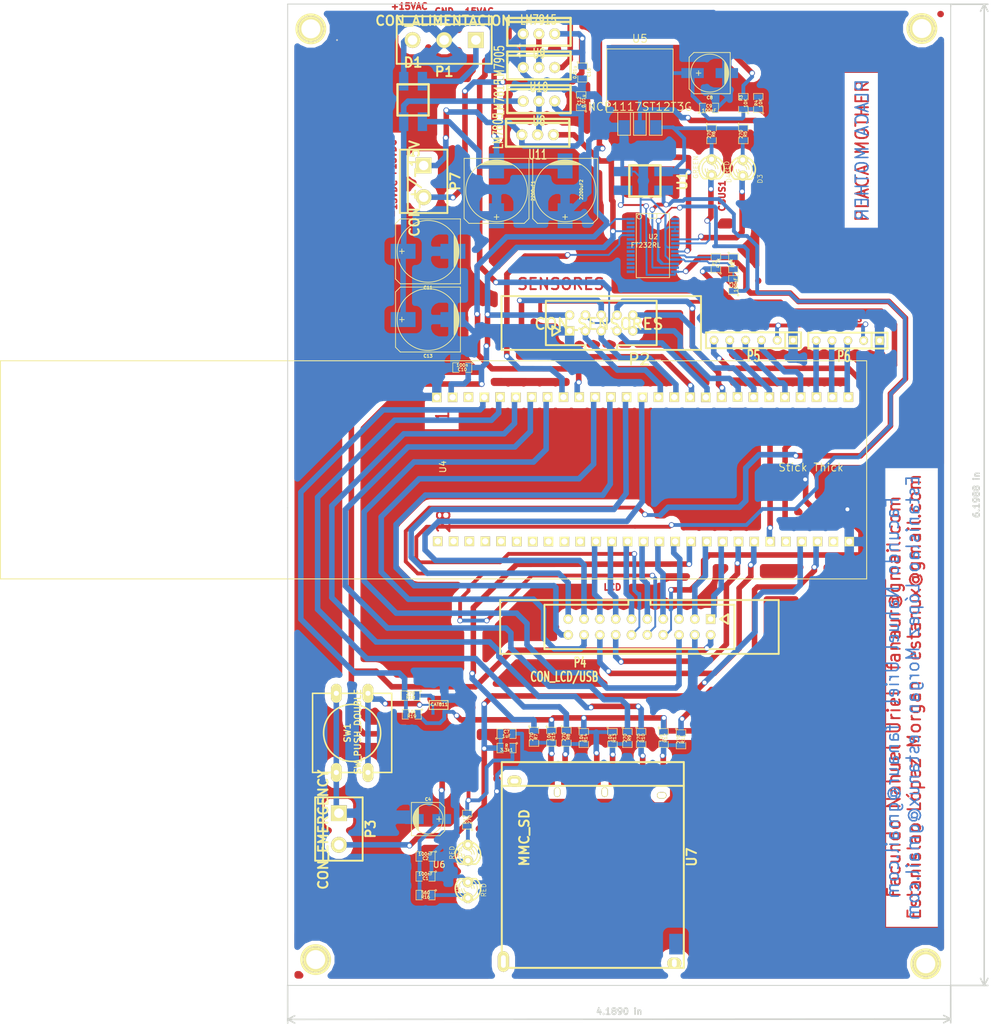
<source format=kicad_pcb>
(kicad_pcb (version 3) (host pcbnew "(2013-mar-13)-testing")
  (layers (15 F.Cu signal) (0 B.Cu signal) (18 B.Paste user) (19 F.Paste user) (20 B.SilkS user) (21 F.SilkS user) (22 B.Mask user) (23 F.Mask user) (28 Edge.Cuts user))
  (net 0 "")
  (net 1 +5V)
  (net 2 -5V)
  (net 3 /+15V)
  (net 4 /-15V)
  (net 5 /15VAC+)
  (net 6 /15VAC-)
  (net 7 /15VDC+)
  (net 8 /15VDC-)
  (net 9 /3.3V)
  (net 10 /BTN_RESET)
  (net 11 /CARD_DETECT)
  (net 12 /CS1)
  (net 13 /CS2)
  (net 14 /Contactor_1)
  (net 15 /Contactor_2)
  (net 16 /Contactor_3)
  (net 17 /DB0)
  (net 18 /DB1)
  (net 19 /DB2)
  (net 20 /DB3)
  (net 21 /DB4)
  (net 22 /DB5)
  (net 23 /DB6)
  (net 24 /DB7)
  (net 25 /E)
  (net 26 /EMERGENCY_STOP)
  (net 27 /ENABLE_BALIZA)
  (net 28 /ENABLE_HV_SOURCE)
  (net 29 /Green_Light)
  (net 30 /MISO)
  (net 31 /MOSI)
  (net 32 /R/W)
  (net 33 /RESET_MICRO)
  (net 34 /RESET_USB_UART)
  (net 35 /RS)
  (net 36 /RX_3)
  (net 37 /Red_Light)
  (net 38 /SCK)
  (net 39 /SENSOR_AUX_0)
  (net 40 /SENSOR_AUX_1)
  (net 41 /SENSOR_I)
  (net 42 /SENSOR_V_CAPACITORS)
  (net 43 /SENSOR_V_HV_SOURCE)
  (net 44 /SIRENA)
  (net 45 /SSEL)
  (net 46 /STATUS_LED)
  (net 47 /TX_3)
  (net 48 /USB+)
  (net 49 /USB-)
  (net 50 /USB_VCC)
  (net 51 /Yellow_Light)
  (net 52 /~RST)
  (net 53 GND)
  (net 54 N-0000010)
  (net 55 N-0000011)
  (net 56 N-0000021)
  (net 57 N-0000022)
  (net 58 N-0000023)
  (net 59 N-0000024)
  (net 60 N-0000025)
  (net 61 N-0000026)
  (net 62 N-0000027)
  (net 63 N-0000028)
  (net 64 N-0000029)
  (net 65 N-0000030)
  (net 66 N-0000035)
  (net 67 N-0000036)
  (net 68 N-0000037)
  (net 69 N-0000042)
  (net 70 N-0000043)
  (net 71 N-0000044)
  (net 72 N-0000048)
  (net 73 N-0000049)
  (net 74 N-0000050)
  (net 75 N-0000051)
  (net 76 N-0000052)
  (net 77 N-0000054)
  (net 78 N-0000055)
  (net 79 N-0000056)
  (net 80 N-0000057)
  (net 81 N-0000058)
  (net 82 N-0000059)
  (net 83 N-0000060)
  (net 84 N-0000061)
  (net 85 N-0000062)
  (net 86 N-0000063)
  (net 87 N-0000064)
  (net 88 N-0000065)
  (net 89 N-0000066)
  (net 90 N-0000067)
  (net 91 N-000007)
  (net 92 N-000008)
  (net 93 N-000009)
  (module c_elec_10x10 (layer F.Cu) (at 37.2 64.65 180)
    (fp_text reference C13 (at 0 -5.842 180) (layer F.SilkS) (effects (font (size 0.50038 0.50038) (thickness 0.11938))))
    (fp_text value 2200uF hide)
    (pad 1 smd rect (at 4.0005 0 180) (size 4.0005 2.4003) (layers B.Cu F.Paste F.Mask) (net 7 /15VDC+))
    (pad 2 smd rect (at -4.0005 0 180) (size 4.0005 2.4003) (layers B.Cu F.Paste F.Mask) (net 53 GND))
  )
  (module SM0805 (layer F.Cu) (at 49.8 133.4 180)
    (fp_text reference 3.3k1 (at 0 -0.3175 180) (layer F.SilkS) (effects (font (size 0.50038 0.50038) (thickness 0.10922))))
    (fp_text value R (at 0 0.381 180) (layer F.SilkS) (effects (font (size 0.50038 0.50038) (thickness 0.10922))))
    (pad 1 smd rect (at -0.9525 0 180) (size 0.889 1.397) (layers B.Cu F.Paste F.Mask) (net 9 /3.3V))
    (pad 2 smd rect (at 0.9525 0 180) (size 0.889 1.397) (layers B.Cu F.Paste F.Mask) (net 26 /EMERGENCY_STOP))
  )
  (module SM0805 (layer F.Cu) (at 36.8 154 180)
    (fp_text reference C1 (at 0 -0.3175 180) (layer F.SilkS) (effects (font (size 0.50038 0.50038) (thickness 0.10922))))
    (fp_text value 100nF (at 0 0.381 180) (layer F.SilkS) (effects (font (size 0.50038 0.50038) (thickness 0.10922))))
    (pad 1 smd rect (at -0.9525 0 180) (size 0.889 1.397) (layers B.Cu F.Paste F.Mask) (net 53 GND))
    (pad 2 smd rect (at 0.9525 0 180) (size 0.889 1.397) (layers B.Cu F.Paste F.Mask) (net 1 +5V))
  )
  (module SM0805 (layer F.Cu) (at 36.8 150.8 180)
    (fp_text reference C2 (at 0 -0.3175 180) (layer F.SilkS) (effects (font (size 0.50038 0.50038) (thickness 0.10922))))
    (fp_text value 100nF (at 0 0.381 180) (layer F.SilkS) (effects (font (size 0.50038 0.50038) (thickness 0.10922))))
    (pad 1 smd rect (at -0.9525 0 180) (size 0.889 1.397) (layers B.Cu F.Paste F.Mask) (net 53 GND))
    (pad 2 smd rect (at 0.9525 0 180) (size 0.889 1.397) (layers B.Cu F.Paste F.Mask) (net 1 +5V))
  )
  (module SM0805 (layer F.Cu) (at 86.2 59.1 90)
    (fp_text reference C3 (at 0 -0.3175 90) (layer F.SilkS) (effects (font (size 0.50038 0.50038) (thickness 0.10922))))
    (fp_text value 100nF (at 0 0.381 90) (layer F.SilkS) (effects (font (size 0.50038 0.50038) (thickness 0.10922))))
    (pad 1 smd rect (at -0.9525 0 90) (size 0.889 1.397) (layers B.Cu F.Paste F.Mask) (net 62 N-0000027))
    (pad 2 smd rect (at 0.9525 0 90) (size 0.889 1.397) (layers B.Cu F.Paste F.Mask) (net 53 GND))
  )
  (module c_elec_5x4.5 (layer F.Cu) (at 37.2 144.8)
    (fp_text reference C4 (at 0 -3.175) (layer F.SilkS) (effects (font (size 0.50038 0.50038) (thickness 0.11938))))
    (fp_text value 4.7uF hide)
    (pad 1 smd rect (at 2.19964 0) (size 2.99974 1.6002) (layers B.Cu F.Paste F.Mask) (net 1 +5V))
    (pad 2 smd rect (at -2.19964 0) (size 2.99974 1.6002) (layers B.Cu F.Paste F.Mask) (net 53 GND))
  )
  (module SM0805 (layer F.Cu) (at 49.8 131.1)
    (fp_text reference C7 (at 0 -0.3175) (layer F.SilkS) (effects (font (size 0.50038 0.50038) (thickness 0.10922))))
    (fp_text value 1uF (at 0 0.381) (layer F.SilkS) (effects (font (size 0.50038 0.50038) (thickness 0.10922))))
    (pad 1 smd rect (at -0.9525 0) (size 0.889 1.397) (layers B.Cu F.Paste F.Mask) (net 26 /EMERGENCY_STOP))
    (pad 2 smd rect (at 0.9525 0) (size 0.889 1.397) (layers B.Cu F.Paste F.Mask) (net 53 GND))
  )
  (module c_elec_6.3x4.5 (layer F.Cu) (at 82.4 25.1 180)
    (fp_text reference C8 (at 0 -3.937 180) (layer F.SilkS) (effects (font (size 0.50038 0.50038) (thickness 0.11938))))
    (fp_text value 22uF hide)
    (pad 1 smd rect (at 2.75082 0 180) (size 3.59918 1.6002) (layers B.Cu F.Paste F.Mask) (net 9 /3.3V))
    (pad 2 smd rect (at -2.75082 0 180) (size 3.59918 1.6002) (layers B.Cu F.Paste F.Mask) (net 53 GND))
  )
  (module SM0805 (layer F.Cu) (at 82.3 30.7)
    (fp_text reference C9 (at 0 -0.3175) (layer F.SilkS) (effects (font (size 0.50038 0.50038) (thickness 0.10922))))
    (fp_text value 100nF (at 0 0.4) (layer F.SilkS) (effects (font (size 0.50038 0.50038) (thickness 0.10922))))
    (pad 1 smd rect (at -0.9525 0) (size 0.889 1.397) (layers B.Cu F.Paste F.Mask) (net 9 /3.3V))
    (pad 2 smd rect (at 0.9525 0) (size 0.889 1.397) (layers B.Cu F.Paste F.Mask) (net 53 GND))
  )
  (module bridge_1A (layer F.Cu) (at 34.8 29.4)
    (fp_text reference D1 (at 0 -6) (layer F.SilkS) (effects (font (thickness 0.3048))))
    (fp_text value BRIDGE hide)
    (pad 2 smd trapezoid (at 1.5 -3) (size 1.5 3) (layers B.Cu F.Paste F.Mask) (net 6 /15VAC-))
    (pad 4 smd trapezoid (at -1.5 -3) (size 1.5 3) (layers B.Cu F.Paste F.Mask) (net 5 /15VAC+))
    (pad 3 smd trapezoid (at -1.5 3.5) (size 1.5 3) (layers B.Cu F.Paste F.Mask) (net 7 /15VDC+))
    (pad 1 smd trapezoid (at 1.5 3.5) (size 1.5 3) (layers B.Cu F.Paste F.Mask) (net 8 /15VDC-))
  )
  (module LED-3MM (layer F.Cu) (at 87.7 40.3 270)
    (fp_text reference D3 (at 1.778 -2.794 270) (layer F.SilkS) (effects (font (size 0.762 0.762) (thickness 0.0889))))
    (fp_text value RED (at 0 2.54 270) (layer F.SilkS) (effects (font (size 0.762 0.762) (thickness 0.0889))))
    (pad 1 thru_hole circle (at -1.27 0 270) (size 1.6764 1.6764) (drill 0.8128) (layers *.Cu *.Mask F.SilkS) (net 63 N-0000028))
    (pad 2 thru_hole circle (at 1.27 0 270) (size 1.6764 1.6764) (drill 0.8128) (layers *.Cu *.Mask F.SilkS) (net 64 N-0000029))
  )
  (module LED-3MM (layer F.Cu) (at 82.7 40.2 270)
    (fp_text reference D4 (at 1.778 -2.794 270) (layer F.SilkS) (effects (font (size 0.762 0.762) (thickness 0.0889))))
    (fp_text value GREEN (at 0 2.54 270) (layer F.SilkS) (effects (font (size 0.762 0.762) (thickness 0.0889))))
    (pad 1 thru_hole circle (at -1.27 0 270) (size 1.6764 1.6764) (drill 0.8128) (layers *.Cu *.Mask F.SilkS) (net 61 N-0000026))
    (pad 2 thru_hole circle (at 1.27 0 270) (size 1.6764 1.6764) (drill 0.8128) (layers *.Cu *.Mask F.SilkS) (net 65 N-0000030))
  )
  (module LED-3MM (layer F.Cu) (at 43.6 156.2 90)
    (fp_text reference D5 (at 0.3 -1.6 90) (layer F.SilkS) (effects (font (size 0.762 0.762) (thickness 0.0889))))
    (fp_text value RED (at 0 2.54 90) (layer F.SilkS) (effects (font (size 0.762 0.762) (thickness 0.0889))))
    (pad 1 thru_hole circle (at -1.27 0 90) (size 1.6764 1.6764) (drill 0.8128) (layers *.Cu *.Mask F.SilkS) (net 59 N-0000024))
    (pad 2 thru_hole circle (at 1.27 0 90) (size 1.6764 1.6764) (drill 0.8128) (layers *.Cu *.Mask F.SilkS) (net 53 GND))
  )
  (module LED-3MM (layer F.Cu) (at 43.6 150.2 270)
    (fp_text reference D6 (at -0.1 1.3 270) (layer F.SilkS) (effects (font (size 0.762 0.762) (thickness 0.0889))))
    (fp_text value RED (at 0 2.54 270) (layer F.SilkS) (effects (font (size 0.762 0.762) (thickness 0.0889))))
    (pad 1 thru_hole circle (at -1.27 0 270) (size 1.6764 1.6764) (drill 0.8128) (layers *.Cu *.Mask F.SilkS) (net 60 N-0000025))
    (pad 2 thru_hole circle (at 1.27 0 270) (size 1.6764 1.6764) (drill 0.8128) (layers *.Cu *.Mask F.SilkS) (net 53 GND))
  )
  (module bornier2 (layer F.Cu) (at 22.9 146.4 270)
    (fp_text reference P3 (at 0 -5.08 270) (layer F.SilkS) (effects (font (thickness 0.3048))))
    (fp_text value CON_EMERGENCY (at 0.1 2.525 270) (layer F.SilkS) (effects (font (thickness 0.3048))))
    (pad 1 thru_hole rect (at -2.54 0 270) (size 2.54 2.54) (drill 1.524) (layers *.Cu *.Mask F.SilkS) (net 53 GND))
    (pad 2 thru_hole circle (at 2.54 0 270) (size 2.54 2.54) (drill 1.524) (layers *.Cu *.Mask F.SilkS) (net 26 /EMERGENCY_STOP))
  )
  (module SM0805 (layer F.Cu) (at 83.4 55.6 90)
    (fp_text reference R1 (at 0 -0.3175 90) (layer F.SilkS) (effects (font (size 0.50038 0.50038) (thickness 0.10922))))
    (fp_text value 4.7k (at 0 0.381 90) (layer F.SilkS) (effects (font (size 0.50038 0.50038) (thickness 0.10922))))
    (pad 1 smd rect (at -0.9525 0 90) (size 0.889 1.397) (layers B.Cu F.Paste F.Mask) (net 50 /USB_VCC))
    (pad 2 smd rect (at 0.9525 0 90) (size 0.889 1.397) (layers B.Cu F.Paste F.Mask) (net 34 /RESET_USB_UART))
  )
  (module SM0805 (layer F.Cu) (at 86.2 55.6 270)
    (fp_text reference R2 (at 0.21 0.08 270) (layer F.SilkS) (effects (font (size 0.50038 0.50038) (thickness 0.10922))))
    (fp_text value 10k (at 0 0.381 270) (layer F.SilkS) (effects (font (size 0.50038 0.50038) (thickness 0.10922))))
    (pad 1 smd rect (at -0.9525 0 270) (size 0.889 1.397) (layers B.Cu F.Paste F.Mask) (net 34 /RESET_USB_UART))
    (pad 2 smd rect (at 0.9525 0 270) (size 0.889 1.397) (layers B.Cu F.Paste F.Mask) (net 53 GND))
  )
  (module SM0805 (layer F.Cu) (at 87.8 29.9 90)
    (fp_text reference R3 (at 0.8 -0.4 90) (layer F.SilkS) (effects (font (size 0.50038 0.50038) (thickness 0.10922))))
    (fp_text value 10K (at 0 0.381 90) (layer F.SilkS) (effects (font (size 0.50038 0.50038) (thickness 0.10922))))
    (pad 1 smd rect (at -0.9525 0 90) (size 0.889 1.397) (layers B.Cu F.Paste F.Mask) (net 9 /3.3V))
    (pad 2 smd rect (at 0.9525 0 90) (size 0.889 1.397) (layers B.Cu F.Paste F.Mask) (net 36 /RX_3))
  )
  (module SM0805 (layer F.Cu) (at 90.2 29.9 90)
    (fp_text reference R4 (at 0 -0.3175 90) (layer F.SilkS) (effects (font (size 0.50038 0.50038) (thickness 0.10922))))
    (fp_text value 10K (at 0 0.381 90) (layer F.SilkS) (effects (font (size 0.50038 0.50038) (thickness 0.10922))))
    (pad 1 smd rect (at -0.9525 0 90) (size 0.889 1.397) (layers B.Cu F.Paste F.Mask) (net 9 /3.3V))
    (pad 2 smd rect (at 0.9525 0 90) (size 0.889 1.397) (layers B.Cu F.Paste F.Mask) (net 71 N-0000044))
  )
  (module SM0805 (layer F.Cu) (at 87.8 34.9 270)
    (fp_text reference R5 (at 0 -0.3175 270) (layer F.SilkS) (effects (font (size 0.50038 0.50038) (thickness 0.10922))))
    (fp_text value 270 (at 0 0.381 270) (layer F.SilkS) (effects (font (size 0.50038 0.50038) (thickness 0.10922))))
    (pad 1 smd rect (at -0.9525 0 270) (size 0.889 1.397) (layers B.Cu F.Paste F.Mask) (net 1 +5V))
    (pad 2 smd rect (at 0.9525 0 270) (size 0.889 1.397) (layers B.Cu F.Paste F.Mask) (net 63 N-0000028))
  )
  (module SM0805 (layer F.Cu) (at 82.7 34.9 270)
    (fp_text reference R6 (at 0 -0.3175 270) (layer F.SilkS) (effects (font (size 0.50038 0.50038) (thickness 0.10922))))
    (fp_text value 270 (at 0 0.381 270) (layer F.SilkS) (effects (font (size 0.50038 0.50038) (thickness 0.10922))))
    (pad 1 smd rect (at -0.9525 0 270) (size 0.889 1.397) (layers B.Cu F.Paste F.Mask) (net 1 +5V))
    (pad 2 smd rect (at 0.9525 0 270) (size 0.889 1.397) (layers B.Cu F.Paste F.Mask) (net 61 N-0000026))
  )
  (module SM0805 (layer F.Cu) (at 54.2 131.6 270)
    (fp_text reference R7 (at 0 -0.3175 270) (layer F.SilkS) (effects (font (size 0.50038 0.50038) (thickness 0.10922))))
    (fp_text value 270 (at 0 0.381 270) (layer F.SilkS) (effects (font (size 0.50038 0.50038) (thickness 0.10922))))
    (pad 1 smd rect (at -0.9525 0 270) (size 0.889 1.397) (layers B.Cu F.Paste F.Mask) (net 45 /SSEL))
    (pad 2 smd rect (at 0.9525 0 270) (size 0.889 1.397) (layers B.Cu F.Paste F.Mask) (net 57 N-0000022))
  )
  (module SM0805 (layer F.Cu) (at 59.4 131.6 270)
    (fp_text reference R8 (at 0 -0.3175 270) (layer F.SilkS) (effects (font (size 0.50038 0.50038) (thickness 0.10922))))
    (fp_text value 270 (at 0 0.381 270) (layer F.SilkS) (effects (font (size 0.50038 0.50038) (thickness 0.10922))))
    (pad 1 smd rect (at -0.9525 0 270) (size 0.889 1.397) (layers B.Cu F.Paste F.Mask) (net 31 /MOSI))
    (pad 2 smd rect (at 0.9525 0 270) (size 0.889 1.397) (layers B.Cu F.Paste F.Mask) (net 91 N-000007))
  )
  (module SM0805 (layer F.Cu) (at 69.2 131.8 270)
    (fp_text reference R9 (at 0 -0.3175 270) (layer F.SilkS) (effects (font (size 0.50038 0.50038) (thickness 0.10922))))
    (fp_text value 270 (at 0 0.381 270) (layer F.SilkS) (effects (font (size 0.50038 0.50038) (thickness 0.10922))))
    (pad 1 smd rect (at -0.9525 0 270) (size 0.889 1.397) (layers B.Cu F.Paste F.Mask) (net 38 /SCK))
    (pad 2 smd rect (at 0.9525 0 270) (size 0.889 1.397) (layers B.Cu F.Paste F.Mask) (net 92 N-000008))
  )
  (module SM0805 (layer F.Cu) (at 71.4 131.8 270)
    (fp_text reference R10 (at 0 -0.3175 270) (layer F.SilkS) (effects (font (size 0.50038 0.50038) (thickness 0.10922))))
    (fp_text value 270 (at 0 0.381 270) (layer F.SilkS) (effects (font (size 0.50038 0.50038) (thickness 0.10922))))
    (pad 1 smd rect (at -0.9525 0 270) (size 0.889 1.397) (layers B.Cu F.Paste F.Mask) (net 30 /MISO))
    (pad 2 smd rect (at 0.9525 0 270) (size 0.889 1.397) (layers B.Cu F.Paste F.Mask) (net 93 N-000009))
  )
  (module SM0805 (layer F.Cu) (at 77.8 132 270)
    (fp_text reference R11 (at 0 -0.3175 270) (layer F.SilkS) (effects (font (size 0.50038 0.50038) (thickness 0.10922))))
    (fp_text value 270 (at 0 0.381 270) (layer F.SilkS) (effects (font (size 0.50038 0.50038) (thickness 0.10922))))
    (pad 1 smd rect (at -0.9525 0 270) (size 0.889 1.397) (layers B.Cu F.Paste F.Mask) (net 11 /CARD_DETECT))
    (pad 2 smd rect (at 0.9525 0 270) (size 0.889 1.397) (layers B.Cu F.Paste F.Mask) (net 56 N-0000021))
  )
  (module SM0805 (layer F.Cu) (at 75 131.8 270)
    (fp_text reference R12 (at 0 -0.3175 270) (layer F.SilkS) (effects (font (size 0.50038 0.50038) (thickness 0.10922))))
    (fp_text value 10k (at 0 0.381 270) (layer F.SilkS) (effects (font (size 0.50038 0.50038) (thickness 0.10922))))
    (pad 1 smd rect (at -0.9525 0 270) (size 0.889 1.397) (layers B.Cu F.Paste F.Mask) (net 9 /3.3V))
    (pad 2 smd rect (at 0.9525 0 270) (size 0.889 1.397) (layers B.Cu F.Paste F.Mask) (net 56 N-0000021))
  )
  (module SM0805 (layer F.Cu) (at 66.8 131.8 270)
    (fp_text reference R13 (at 0 -0.3175 270) (layer F.SilkS) (effects (font (size 0.50038 0.50038) (thickness 0.10922))))
    (fp_text value 10k (at 0 0.381 270) (layer F.SilkS) (effects (font (size 0.50038 0.50038) (thickness 0.10922))))
    (pad 1 smd rect (at -0.9525 0 270) (size 0.889 1.397) (layers B.Cu F.Paste F.Mask) (net 9 /3.3V))
    (pad 2 smd rect (at 0.9525 0 270) (size 0.889 1.397) (layers B.Cu F.Paste F.Mask) (net 92 N-000008))
  )
  (module SM0805 (layer F.Cu) (at 62.2 131.8 270)
    (fp_text reference R14 (at 0 -0.3175 270) (layer F.SilkS) (effects (font (size 0.50038 0.50038) (thickness 0.10922))))
    (fp_text value 10k (at 0 0.381 270) (layer F.SilkS) (effects (font (size 0.50038 0.50038) (thickness 0.10922))))
    (pad 1 smd rect (at -0.9525 0 270) (size 0.889 1.397) (layers B.Cu F.Paste F.Mask) (net 9 /3.3V))
    (pad 2 smd rect (at 0.9525 0 270) (size 0.889 1.397) (layers B.Cu F.Paste F.Mask) (net 91 N-000007))
  )
  (module SM0805 (layer F.Cu) (at 57 131.6 270)
    (fp_text reference R15 (at 0 -0.3175 270) (layer F.SilkS) (effects (font (size 0.50038 0.50038) (thickness 0.10922))))
    (fp_text value 10k (at 0 0.381 270) (layer F.SilkS) (effects (font (size 0.50038 0.50038) (thickness 0.10922))))
    (pad 1 smd rect (at -0.9525 0 270) (size 0.889 1.397) (layers B.Cu F.Paste F.Mask) (net 9 /3.3V))
    (pad 2 smd rect (at 0.9525 0 270) (size 0.889 1.397) (layers B.Cu F.Paste F.Mask) (net 57 N-0000022))
  )
  (module SM0805 (layer F.Cu) (at 36.8 157 180)
    (fp_text reference R16 (at 0 -0.3175 180) (layer F.SilkS) (effects (font (size 0.50038 0.50038) (thickness 0.10922))))
    (fp_text value 560 (at 0 0.381 180) (layer F.SilkS) (effects (font (size 0.50038 0.50038) (thickness 0.10922))))
    (pad 1 smd rect (at -0.9525 0 180) (size 0.889 1.397) (layers B.Cu F.Paste F.Mask) (net 59 N-0000024))
    (pad 2 smd rect (at 0.9525 0 180) (size 0.889 1.397) (layers B.Cu F.Paste F.Mask) (net 1 +5V))
  )
  (module SM0805 (layer F.Cu) (at 43.5 144.9 90)
    (fp_text reference R17 (at 0 -0.3175 90) (layer F.SilkS) (effects (font (size 0.50038 0.50038) (thickness 0.10922))))
    (fp_text value 270 (at 0 0.381 90) (layer F.SilkS) (effects (font (size 0.50038 0.50038) (thickness 0.10922))))
    (pad 1 smd rect (at -0.9525 0 90) (size 0.889 1.397) (layers B.Cu F.Paste F.Mask) (net 60 N-0000025))
    (pad 2 smd rect (at 0.9525 0 90) (size 0.889 1.397) (layers B.Cu F.Paste F.Mask) (net 9 /3.3V))
  )
  (module SM0805 (layer F.Cu) (at 34.4 125 180)
    (fp_text reference R18 (at 0 -0.3175 180) (layer F.SilkS) (effects (font (size 0.50038 0.50038) (thickness 0.10922))))
    (fp_text value 270 (at 0 0.381 180) (layer F.SilkS) (effects (font (size 0.50038 0.50038) (thickness 0.10922))))
    (pad 1 smd rect (at -0.9525 0 180) (size 0.889 1.397) (layers B.Cu F.Paste F.Mask) (net 33 /RESET_MICRO))
    (pad 2 smd rect (at 0.9525 0 180) (size 0.889 1.397) (layers B.Cu F.Paste F.Mask) (net 58 N-0000023))
  )
  (module SM0805 (layer F.Cu) (at 34.6 128 180)
    (fp_text reference R19 (at 0 -0.3175 180) (layer F.SilkS) (effects (font (size 0.50038 0.50038) (thickness 0.10922))))
    (fp_text value 10k (at 0 0.381 180) (layer F.SilkS) (effects (font (size 0.50038 0.50038) (thickness 0.10922))))
    (pad 1 smd rect (at -0.9525 0 180) (size 0.889 1.397) (layers B.Cu F.Paste F.Mask) (net 9 /3.3V))
    (pad 2 smd rect (at 0.9525 0 180) (size 0.889 1.397) (layers B.Cu F.Paste F.Mask) (net 58 N-0000023))
  )
  (module SW_PUSH-12mm (layer F.Cu) (at 25.025 130.975 90)
    (fp_text reference SW1 (at 0 -0.762 90) (layer F.SilkS) (effects (font (size 1.016 1.016) (thickness 0.2032))))
    (fp_text value SW_PUSH_DOUBLE (at 0.175 0.9 90) (layer F.SilkS) (effects (font (size 1.016 1.016) (thickness 0.2032))))
    (pad 1 thru_hole oval (at 6.35 -2.54 90) (size 3.048 1.7272) (drill 0.8128) (layers *.Cu *.Mask F.SilkS) (net 10 /BTN_RESET))
    (pad 2 thru_hole oval (at 6.35 2.54 90) (size 3.048 1.7272) (drill 0.8128) (layers *.Cu *.Mask F.SilkS) (net 10 /BTN_RESET))
    (pad 1 thru_hole oval (at -6.35 -2.54 90) (size 3.048 1.7272) (drill 0.8128) (layers *.Cu *.Mask F.SilkS) (net 10 /BTN_RESET))
    (pad 2 thru_hole oval (at -6.35 2.54 90) (size 3.048 1.7272) (drill 0.8128) (layers *.Cu *.Mask F.SilkS) (net 10 /BTN_RESET))
  )
  (module LMB2S (layer F.Cu) (at 72 42.4 270)
    (fp_text reference U1 (at 0 -6 270) (layer F.SilkS) (effects (font (thickness 0.3048))))
    (fp_text value PRTR5V0U2X hide)
    (pad 3 smd trapezoid (at 1.5 -3 270) (size 1.5 3) (layers B.Cu F.Paste F.Mask) (net 49 /USB-))
    (pad 4 smd trapezoid (at -1.5 -3 270) (size 1.5 3) (layers B.Cu F.Paste F.Mask) (net 1 +5V))
    (pad 1 smd trapezoid (at -1.5 3.5 270) (size 1.5 3) (layers B.Cu F.Paste F.Mask) (net 53 GND))
    (pad 2 smd trapezoid (at 1.5 3.5 270) (size 1.5 3) (layers B.Cu F.Paste F.Mask) (net 48 /USB+))
  )
  (module SSOP28 (layer F.Cu) (at 73.28 52.71 270)
    (fp_text reference U2 (at -1.35 -0.06 360) (layer F.SilkS) (effects (font (size 0.762 0.762) (thickness 0.127))))
    (fp_text value FT232RL (at 0 1.143 540) (layer F.SilkS) (effects (font (size 0.762 0.762) (thickness 0.127))))
    (pad 1 smd rect (at -4.191 3.556 270) (size 0.4064 1.27) (layers B.Cu F.Paste F.Mask) (net 36 /RX_3))
    (pad 2 smd rect (at -3.556 3.556 270) (size 0.4064 1.27) (layers B.Cu F.Paste F.Mask) (net 74 N-0000050))
    (pad 3 smd rect (at -2.8956 3.556 270) (size 0.4064 1.27) (layers B.Cu F.Paste F.Mask) (net 72 N-0000048))
    (pad 4 smd rect (at -2.2352 3.556 270) (size 0.4064 1.27) (layers B.Cu F.Paste F.Mask) (net 1 +5V))
    (pad 5 smd rect (at -1.6002 3.556 270) (size 0.4064 1.27) (layers B.Cu F.Paste F.Mask) (net 47 /TX_3))
    (pad 6 smd rect (at -0.9398 3.556 270) (size 0.4064 1.27) (layers B.Cu F.Paste F.Mask) (net 88 N-0000065))
    (pad 7 smd rect (at -0.2794 3.556 270) (size 0.4064 1.27) (layers B.Cu F.Paste F.Mask) (net 53 GND))
    (pad 8 smd rect (at 0.3556 3.556 270) (size 0.4064 1.27) (layers B.Cu F.Paste F.Mask))
    (pad 9 smd rect (at 1.016 3.556 270) (size 0.4064 1.27) (layers B.Cu F.Paste F.Mask) (net 75 N-0000051))
    (pad 10 smd rect (at 1.651 3.556 270) (size 0.4064 1.27) (layers B.Cu F.Paste F.Mask) (net 76 N-0000052))
    (pad 11 smd rect (at 2.3114 3.556 270) (size 0.4064 1.27) (layers B.Cu F.Paste F.Mask) (net 73 N-0000049))
    (pad 12 smd rect (at 2.9718 3.556 270) (size 0.4064 1.27) (layers B.Cu F.Paste F.Mask) (net 66 N-0000035))
    (pad 13 smd rect (at 3.6068 3.556 270) (size 0.4064 1.27) (layers B.Cu F.Paste F.Mask) (net 68 N-0000037))
    (pad 14 smd rect (at 4.2672 3.556 270) (size 0.4064 1.27) (layers B.Cu F.Paste F.Mask) (net 67 N-0000036))
    (pad 15 smd rect (at 4.2672 -3.556 270) (size 0.4064 1.27) (layers B.Cu F.Paste F.Mask) (net 48 /USB+))
    (pad 16 smd rect (at 3.6068 -3.556 270) (size 0.4064 1.27) (layers B.Cu F.Paste F.Mask) (net 49 /USB-))
    (pad 17 smd rect (at 2.9972 -3.556 270) (size 0.4064 1.27) (layers B.Cu F.Paste F.Mask) (net 62 N-0000027))
    (pad 18 smd rect (at 2.3114 -3.556 270) (size 0.4064 1.27) (layers B.Cu F.Paste F.Mask) (net 53 GND))
    (pad 19 smd rect (at 1.651 -3.556 270) (size 0.4064 1.27) (layers B.Cu F.Paste F.Mask) (net 34 /RESET_USB_UART))
    (pad 20 smd rect (at 1.016 -3.556 270) (size 0.4064 1.27) (layers B.Cu F.Paste F.Mask) (net 1 +5V))
    (pad 21 smd rect (at 0.3556 -3.556 270) (size 0.4064 1.27) (layers B.Cu F.Paste F.Mask) (net 53 GND))
    (pad 22 smd rect (at -0.2794 -3.556 270) (size 0.4064 1.27) (layers B.Cu F.Paste F.Mask) (net 65 N-0000030))
    (pad 23 smd rect (at -0.9398 -3.556 270) (size 0.4064 1.27) (layers B.Cu F.Paste F.Mask) (net 64 N-0000029))
    (pad 24 smd rect (at -1.6002 -3.556 270) (size 0.4064 1.27) (layers B.Cu F.Paste F.Mask))
    (pad 25 smd rect (at -2.2352 -3.556 270) (size 0.4064 1.27) (layers B.Cu F.Paste F.Mask) (net 53 GND))
    (pad 26 smd rect (at -2.8956 -3.556 270) (size 0.4064 1.27) (layers B.Cu F.Paste F.Mask) (net 53 GND))
    (pad 27 smd rect (at -3.556 -3.556 270) (size 0.4064 1.27) (layers B.Cu F.Paste F.Mask) (net 69 N-0000042))
    (pad 28 smd rect (at -4.191 -3.556 270) (size 0.4064 1.27) (layers B.Cu F.Paste F.Mask) (net 70 N-0000043))
  )
  (module DPAK3 (layer F.Cu) (at 71.2 33.8)
    (fp_text reference U5 (at 0 -14.224) (layer F.SilkS) (effects (font (size 1.27 1.27) (thickness 0.1524))))
    (fp_text value NCP1117ST12T3G (at 0 -3.302) (layer F.SilkS) (effects (font (size 1.27 1.27) (thickness 0.1524))))
    (pad 2 smd rect (at 0 -8.763) (size 10.668 8.89) (layers B.Cu F.Paste F.Mask) (net 9 /3.3V))
    (pad 2 smd rect (at 0 0) (size 1.778 2.286) (layers B.Cu F.Paste F.Mask) (net 9 /3.3V))
    (pad 1 smd rect (at -2.54 0) (size 1.778 2.286) (layers B.Cu F.Paste F.Mask) (net 53 GND))
    (pad 3 smd rect (at 2.54 0) (size 1.778 2.286) (layers B.Cu F.Paste F.Mask) (net 1 +5V))
  )
  (module CAT811 (layer F.Cu) (at 38.9945 153.1011)
    (fp_text reference U6 (at 0 -1) (layer F.SilkS))
    (fp_text value CAT811 hide)
  )
  (module SDCARD-REVERSE (layer F.Cu) (at 59.2 138.2 270)
    (fp_text reference U7 (at 12.7 -20.32 270) (layer F.SilkS) (effects (font (thickness 0.3048))))
    (fp_text value MMC_SD (at 9.6 6.55 270) (layer F.SilkS) (effects (font (thickness 0.3048))))
    (pad 9 smd rect (at 0 5.08 270) (size 2.54 1.27) (layers F.Cu F.Paste F.Mask) (net 55 N-0000011))
    (pad 1 smd rect (at 0 2.286 270) (size 2.54 1.27) (layers F.Cu F.Paste F.Mask) (net 57 N-0000022))
    (pad 2 smd rect (at 0 0 270) (size 2.54 1.27) (layers F.Cu F.Paste F.Mask) (net 91 N-000007))
    (pad 3 smd rect (at 0 -2.54 270) (size 2.54 1.27) (layers F.Cu F.Paste F.Mask) (net 53 GND))
    (pad 4 smd rect (at 0 -5.08 270) (size 2.54 1.27) (layers F.Cu F.Paste F.Mask) (net 9 /3.3V))
    (pad 5 smd rect (at 0 -7.62 270) (size 2.54 1.27) (layers F.Cu F.Paste F.Mask) (net 92 N-000008))
    (pad 6 smd rect (at 0 -10.16 270) (size 2.54 1.27) (layers F.Cu F.Paste F.Mask) (net 53 GND))
    (pad 10 smd rect (at 0 -15.748 270) (size 2.54 0.762) (layers F.Cu F.Paste F.Mask) (net 56 N-0000021))
    (pad 8 smd rect (at 0 -14.224 270) (size 2.54 1.27) (layers F.Cu F.Paste F.Mask) (net 54 N-0000010))
    (pad 11 smd rect (at 0 -17.272 270) (size 2.54 1.27) (layers F.Cu F.Paste F.Mask) (net 53 GND))
    (pad 13 thru_hole oval (at 2.794 -15.494 270) (size 1.016 1.524) (drill oval 0.762 1.27) (layers *.Cu *.Mask F.SilkS))
    (pad 15 thru_hole oval (at 2.286 1.27 270) (size 1.524 1.016) (drill oval 1.27 0.762) (layers *.Cu *.Mask F.SilkS))
    (pad 16 thru_hole oval (at 0.508 8.128 270) (size 1.778 2.286) (drill oval 0.762 1.27) (layers *.Cu *.Mask F.SilkS))
    (pad 14 thru_hole oval (at 2.286 -6.35 270) (size 1.524 1.016) (drill oval 1.27 0.762) (layers *.Cu *.Mask F.SilkS))
    (pad 18 thru_hole oval (at 29.718 -17.526 270) (size 1.778 2.286) (drill oval 1.27 0.762) (layers *.Cu *.Mask F.SilkS))
    (pad 17 thru_hole oval (at 29.464 9.906 270) (size 3.302 1.778) (drill oval 2.032 0.762) (layers *.Cu *.Mask F.SilkS))
    (pad 7 smd rect (at 0 -12.446 270) (size 2.54 1.27) (layers F.Cu F.Paste F.Mask) (net 93 N-000009))
    (pad 12 smd rect (at 26.67 -17.78 270) (size 3.302 2.159) (layers B.Cu F.Paste F.Mask))
  )
  (module CAT811 (layer F.Cu) (at 38.8 126.4 270)
    (fp_text reference CAT811 (at 0 -0.2 360) (layer F.SilkS) (effects (font (size 0.5 0.5) (thickness 0.125))))
    (fp_text value VAL** hide)
    (pad 1 smd rect (at -1 -1 270) (size 1 0.8) (layers B.Cu F.Paste F.Mask) (net 53 GND))
    (pad 2 smd rect (at -1 0.8 270) (size 0.9 0.5) (layers B.Cu F.Paste F.Mask) (net 33 /RESET_MICRO))
    (pad 4 smd rect (at 1.2 -1 270) (size 0.9 0.5) (layers B.Cu F.Paste F.Mask) (net 9 /3.3V))
    (pad 3 smd rect (at 1.2 0.8 270) (size 0.9 0.5) (layers B.Cu F.Paste F.Mask) (net 10 /BTN_RESET))
  )
  (module he10-10d (layer F.Cu) (at 65 65.2)
    (fp_text reference CON_SENSORES (at -0.3824 0.1542) (layer F.SilkS) (effects (font (size 1.778 1.778) (thickness 0.3048))))
    (fp_text value P2 (at 6.096 5.842) (layer F.SilkS) (effects (font (size 1.778 1.778) (thickness 0.3048))))
    (pad 1 thru_hole rect (at -5.08 1.27) (size 1.524 1.524) (drill 0.9144) (layers *.Cu *.Mask F.SilkS) (net 53 GND))
    (pad 2 thru_hole circle (at -5.08 -1.27) (size 1.524 1.524) (drill 0.9144) (layers *.Cu *.Mask F.SilkS) (net 1 +5V))
    (pad 3 thru_hole circle (at -2.54 1.27) (size 1.524 1.524) (drill 0.9144) (layers *.Cu *.Mask F.SilkS) (net 43 /SENSOR_V_HV_SOURCE))
    (pad 4 thru_hole circle (at -2.54 -1.27) (size 1.524 1.524) (drill 0.9144) (layers *.Cu *.Mask F.SilkS) (net 2 -5V))
    (pad 5 thru_hole circle (at 0 1.27) (size 1.524 1.524) (drill 0.9144) (layers *.Cu *.Mask F.SilkS) (net 42 /SENSOR_V_CAPACITORS))
    (pad 6 thru_hole circle (at 0 -1.27) (size 1.524 1.524) (drill 0.9144) (layers *.Cu *.Mask F.SilkS) (net 41 /SENSOR_I))
    (pad 7 thru_hole circle (at 2.54 1.27) (size 1.524 1.524) (drill 0.9144) (layers *.Cu *.Mask F.SilkS) (net 39 /SENSOR_AUX_0))
    (pad 8 thru_hole circle (at 2.54 -1.27) (size 1.524 1.524) (drill 0.9144) (layers *.Cu *.Mask F.SilkS) (net 40 /SENSOR_AUX_1))
    (pad 9 thru_hole circle (at 5.08 1.27) (size 1.524 1.524) (drill 0.9144) (layers *.Cu *.Mask F.SilkS) (net 28 /ENABLE_HV_SOURCE))
    (pad 10 thru_hole circle (at 5.08 -1.27) (size 1.524 1.524) (drill 0.9144) (layers *.Cu *.Mask F.SilkS) (net 27 /ENABLE_BALIZA))
  )
  (module HE10_20D (layer F.Cu) (at 71.125 113.975 180)
    (fp_text reference CON_LCD/USB (at 12.05 -8 180) (layer F.SilkS) (effects (font (size 1.524 1.016) (thickness 0.254))))
    (fp_text value P4 (at 9.525 -5.715 180) (layer F.SilkS) (effects (font (size 1.524 1.016) (thickness 0.254))))
    (pad 1 thru_hole rect (at -11.43 1.27 180) (size 1.524 1.524) (drill 0.9144) (layers *.Cu *.Mask F.SilkS) (net 24 /DB7))
    (pad 2 thru_hole circle (at -11.43 -1.27 180) (size 1.524 1.524) (drill 0.9144) (layers *.Cu *.Mask F.SilkS) (net 1 +5V))
    (pad 3 thru_hole circle (at -8.89 1.27 180) (size 1.524 1.524) (drill 0.9144) (layers *.Cu *.Mask F.SilkS) (net 23 /DB6))
    (pad 4 thru_hole circle (at -8.89 -1.27 180) (size 1.524 1.524) (drill 0.9144) (layers *.Cu *.Mask F.SilkS) (net 53 GND))
    (pad 5 thru_hole circle (at -6.35 1.27 180) (size 1.524 1.524) (drill 0.9144) (layers *.Cu *.Mask F.SilkS) (net 22 /DB5))
    (pad 6 thru_hole circle (at -6.35 -1.27 180) (size 1.524 1.524) (drill 0.9144) (layers *.Cu *.Mask F.SilkS) (net 46 /STATUS_LED))
    (pad 7 thru_hole circle (at -3.81 1.27 180) (size 1.524 1.524) (drill 0.9144) (layers *.Cu *.Mask F.SilkS) (net 21 /DB4))
    (pad 8 thru_hole circle (at -3.81 -1.27 180) (size 1.524 1.524) (drill 0.9144) (layers *.Cu *.Mask F.SilkS) (net 50 /USB_VCC))
    (pad 9 thru_hole circle (at -1.27 1.27 180) (size 1.524 1.524) (drill 0.9144) (layers *.Cu *.Mask F.SilkS) (net 20 /DB3))
    (pad 10 thru_hole circle (at -1.27 -1.27 180) (size 1.524 1.524) (drill 0.9144) (layers *.Cu *.Mask F.SilkS) (net 48 /USB+))
    (pad 11 thru_hole circle (at 1.27 1.27 180) (size 1.524 1.524) (drill 0.9144) (layers *.Cu *.Mask F.SilkS) (net 19 /DB2))
    (pad 12 thru_hole circle (at 1.27 -1.27 180) (size 1.524 1.524) (drill 0.9144) (layers *.Cu *.Mask F.SilkS) (net 49 /USB-))
    (pad 13 thru_hole circle (at 3.81 1.27 180) (size 1.524 1.524) (drill 0.9144) (layers *.Cu *.Mask F.SilkS) (net 18 /DB1))
    (pad 14 thru_hole circle (at 3.81 -1.27 180) (size 1.524 1.524) (drill 0.9144) (layers *.Cu *.Mask F.SilkS) (net 25 /E))
    (pad 15 thru_hole circle (at 6.35 1.27 180) (size 1.524 1.524) (drill 0.9144) (layers *.Cu *.Mask F.SilkS) (net 17 /DB0))
    (pad 16 thru_hole circle (at 6.35 -1.27 180) (size 1.524 1.524) (drill 0.9144) (layers *.Cu *.Mask F.SilkS) (net 32 /R/W))
    (pad 17 thru_hole circle (at 8.89 1.27 180) (size 1.524 1.524) (drill 0.9144) (layers *.Cu *.Mask F.SilkS) (net 52 /~RST))
    (pad 18 thru_hole circle (at 8.89 -1.27 180) (size 1.524 1.524) (drill 0.9144) (layers *.Cu *.Mask F.SilkS) (net 12 /CS1))
    (pad 19 thru_hole circle (at 11.43 1.27 180) (size 1.524 1.524) (drill 0.9144) (layers *.Cu *.Mask F.SilkS) (net 35 /RS))
    (pad 20 thru_hole circle (at 11.43 -1.27 180) (size 1.524 1.524) (drill 0.9144) (layers *.Cu *.Mask F.SilkS) (net 13 /CS2))
  )
  (module SM0805 (layer F.Cu) (at 42.7 72.35 180)
    (fp_text reference C10 (at 0 -0.3175 180) (layer F.SilkS) (effects (font (size 0.50038 0.50038) (thickness 0.10922))))
    (fp_text value 100n (at 0 0.381 180) (layer F.SilkS) (effects (font (size 0.50038 0.50038) (thickness 0.10922))))
    (pad 1 smd rect (at -0.9525 0 180) (size 0.889 1.397) (layers B.Cu F.Paste F.Mask) (net 1 +5V))
    (pad 2 smd rect (at 0.9525 0 180) (size 0.889 1.397) (layers B.Cu F.Paste F.Mask) (net 53 GND))
  )
  (module bornier3 (layer F.Cu) (at 39.8 19.8 180)
    (fp_text reference P1 (at 0 -5.08 180) (layer F.SilkS) (effects (font (thickness 0.3048))))
    (fp_text value CON_ALIMENTACION (at 0.15 3.1 180) (layer F.SilkS) (effects (font (thickness 0.3048))))
    (pad 1 thru_hole rect (at -5.08 0 180) (size 2.54 2.54) (drill 1.524) (layers *.Cu *.Mask F.SilkS) (net 6 /15VAC-))
    (pad 2 thru_hole circle (at 0 0 180) (size 2.54 2.54) (drill 1.524) (layers *.Cu *.Mask F.SilkS) (net 53 GND))
    (pad 3 thru_hole circle (at 5.08 0 180) (size 2.54 2.54) (drill 1.524) (layers *.Cu *.Mask F.SilkS) (net 5 /15VAC+))
  )
  (module c_elec_10x10.5 (layer F.Cu) (at 48.2 44 270)
    (fp_text reference 2200uF1 (at 0 -5.842 270) (layer F.SilkS) (effects (font (size 0.50038 0.50038) (thickness 0.11938))))
    (fp_text value C14 hide)
    (pad 1 smd rect (at 4.0005 0 270) (size 4.0005 2.4003) (layers B.Cu F.Paste F.Mask) (net 53 GND))
    (pad 2 smd rect (at -4.0005 0 270) (size 4.0005 2.4003) (layers B.Cu F.Paste F.Mask) (net 8 /15VDC-))
  )
  (module c_elec_10x10.5 (layer F.Cu) (at 59.2 44 270)
    (fp_text reference 2200uF2 (at -0.2 -2.6 270) (layer F.SilkS) (effects (font (size 0.50038 0.50038) (thickness 0.11938))))
    (fp_text value C15 hide)
    (pad 1 smd rect (at 4.0005 0 270) (size 4.0005 2.4003) (layers B.Cu F.Paste F.Mask) (net 53 GND))
    (pad 2 smd rect (at -4.0005 0 270) (size 4.0005 2.4003) (layers B.Cu F.Paste F.Mask) (net 8 /15VDC-))
  )
  (module c_elec_10x10 (layer F.Cu) (at 37.2 53.7 180)
    (fp_text reference C11 (at 0 -5.842 180) (layer F.SilkS) (effects (font (size 0.50038 0.50038) (thickness 0.11938))))
    (fp_text value 2200uF hide)
    (pad 1 smd rect (at 4.0005 0 180) (size 4.0005 2.4003) (layers B.Cu F.Paste F.Mask) (net 7 /15VDC+))
    (pad 2 smd rect (at -4.0005 0 180) (size 4.0005 2.4003) (layers B.Cu F.Paste F.Mask) (net 53 GND))
  )
  (module SM0805 (layer F.Cu) (at 61.775 29.6 90)
    (fp_text reference C12 (at 0 -0.3175 90) (layer F.SilkS) (effects (font (size 0.50038 0.50038) (thickness 0.10922))))
    (fp_text value 0.01u (at 0 0.381 90) (layer F.SilkS) (effects (font (size 0.50038 0.50038) (thickness 0.10922))))
    (pad 1 smd rect (at -0.9525 0 90) (size 0.889 1.397) (layers B.Cu F.Paste F.Mask) (net 3 /+15V))
    (pad 2 smd rect (at 0.9525 0 90) (size 0.889 1.397) (layers B.Cu F.Paste F.Mask) (net 53 GND))
  )
  (module SM0805 (layer F.Cu) (at 62 25 270)
    (fp_text reference C16 (at 0 -1.025 270) (layer F.SilkS) (effects (font (size 0.50038 0.50038) (thickness 0.10922))))
    (fp_text value 0.01u (at -0.025 1.25 270) (layer F.SilkS) (effects (font (size 0.50038 0.50038) (thickness 0.10922))))
    (pad 1 smd rect (at -0.9525 0 270) (size 0.889 1.397) (layers B.Cu F.Paste F.Mask) (net 4 /-15V))
    (pad 2 smd rect (at 0.9525 0 270) (size 0.889 1.397) (layers B.Cu F.Paste F.Mask) (net 53 GND))
  )
  (module TO220_VERT (layer F.Cu) (at 55 29.6 90)
    (fp_text reference U8 (at -3.175 0 180) (layer F.SilkS) (effects (font (size 1.524 1.016) (thickness 0.2032))))
    (fp_text value LM7815 (at 0.635 -6.35 90) (layer F.SilkS) (effects (font (size 1.524 1.016) (thickness 0.2032))))
    (pad 1 thru_hole circle (at 0 -2.54 90) (size 1.778 1.778) (drill 1.016) (layers *.Cu *.Mask F.SilkS) (net 7 /15VDC+))
    (pad 2 thru_hole circle (at 0 0 90) (size 1.778 1.778) (drill 1.016) (layers *.Cu *.Mask F.SilkS) (net 53 GND))
    (pad 3 thru_hole circle (at 0 2.54 90) (size 1.778 1.778) (drill 1.016) (layers *.Cu *.Mask F.SilkS) (net 3 /+15V))
  )
  (module TO220_VERT (layer F.Cu) (at 55 18.8 90)
    (fp_text reference U9 (at -3.175 0 180) (layer F.SilkS) (effects (font (size 1.524 1.016) (thickness 0.2032))))
    (fp_text value LM7915 (at 2.225 -0.075 360) (layer F.SilkS) (effects (font (size 1.524 1.016) (thickness 0.2032))))
    (pad 1 thru_hole circle (at 0 -2.54 90) (size 1.778 1.778) (drill 1.016) (layers *.Cu *.Mask F.SilkS) (net 53 GND))
    (pad 2 thru_hole circle (at 0 0 90) (size 1.778 1.778) (drill 1.016) (layers *.Cu *.Mask F.SilkS) (net 8 /15VDC-))
    (pad 3 thru_hole circle (at 0 2.54 90) (size 1.778 1.778) (drill 1.016) (layers *.Cu *.Mask F.SilkS) (net 4 /-15V))
  )
  (module 1pin (layer F.Cu) (at 19.175 167.35)
    (fp_text reference "" (at 0 -3.048) (layer F.SilkS) (effects (font (size 1.016 1.016) (thickness 0.254))))
    (fp_text value "" hide)
    (pad 1 thru_hole circle (at 0 0) (size 4.064 4.064) (drill 3.048) (layers *.Cu *.Mask F.SilkS))
  )
  (module 1pin (layer F.Cu) (at 117.075 168.025)
    (fp_text reference "" (at 0 -3.048) (layer F.SilkS) (effects (font (size 1.016 1.016) (thickness 0.254))))
    (fp_text value "" hide)
    (pad 1 thru_hole circle (at 0 0) (size 4.064 4.064) (drill 3.048) (layers *.Cu *.Mask F.SilkS))
  )
  (module 1pin (layer F.Cu) (at 116.45 17.95)
    (fp_text reference "" (at 0 -3.048) (layer F.SilkS) (effects (font (size 1.016 1.016) (thickness 0.254))))
    (fp_text value "" hide)
    (pad 1 thru_hole circle (at 0 0) (size 4.064 4.064) (drill 3.048) (layers *.Cu *.Mask F.SilkS))
  )
  (module 1pin (layer F.Cu) (at 18.4 18)
    (fp_text reference "" (at 0 -3.048) (layer F.SilkS) (effects (font (size 1.016 1.016) (thickness 0.254))))
    (fp_text value "" hide)
    (pad 1 thru_hole circle (at 0 0) (size 4.064 4.064) (drill 3.048) (layers *.Cu *.Mask F.SilkS))
  )
  (module TO220_VERT (layer F.Cu) (at 55 24.2 90)
    (fp_text reference U10 (at -3.175 0 180) (layer F.SilkS) (effects (font (size 1.524 1.016) (thickness 0.2032))))
    (fp_text value LM7905 (at 0.635 -6.35 90) (layer F.SilkS) (effects (font (size 1.524 1.016) (thickness 0.2032))))
    (pad 1 thru_hole circle (at 0 -2.54 90) (size 1.778 1.778) (drill 1.016) (layers *.Cu *.Mask F.SilkS) (net 53 GND))
    (pad 2 thru_hole circle (at 0 0 90) (size 1.778 1.778) (drill 1.016) (layers *.Cu *.Mask F.SilkS) (net 4 /-15V))
    (pad 3 thru_hole circle (at 0 2.54 90) (size 1.778 1.778) (drill 1.016) (layers *.Cu *.Mask F.SilkS) (net 2 -5V))
  )
  (module TO220_VERT (layer F.Cu) (at 54.8 35 90)
    (fp_text reference U11 (at -3.175 0 180) (layer F.SilkS) (effects (font (size 1.524 1.016) (thickness 0.2032))))
    (fp_text value LM7805 (at 0.635 -6.35 90) (layer F.SilkS) (effects (font (size 1.524 1.016) (thickness 0.2032))))
    (pad 1 thru_hole circle (at 0 -2.54 90) (size 1.778 1.778) (drill 1.016) (layers *.Cu *.Mask F.SilkS) (net 3 /+15V))
    (pad 2 thru_hole circle (at 0 0 90) (size 1.778 1.778) (drill 1.016) (layers *.Cu *.Mask F.SilkS) (net 53 GND))
    (pad 3 thru_hole circle (at 0 2.54 90) (size 1.778 1.778) (drill 1.016) (layers *.Cu *.Mask F.SilkS) (net 1 +5V))
  )
  (module SIL-6 (layer F.Cu) (at 89.4334 67.9704 180)
    (fp_text reference P5 (at 0 -2.54 180) (layer F.SilkS) (effects (font (size 1.72974 1.08712) (thickness 0.3048))))
    (fp_text value CON_BALIZA hide)
    (pad 1 thru_hole rect (at -6.35 0 180) (size 1.397 1.397) (drill 0.8128) (layers *.Cu *.Mask F.SilkS) (net 53 GND))
    (pad 2 thru_hole circle (at -3.81 0 180) (size 1.397 1.397) (drill 0.8128) (layers *.Cu *.Mask F.SilkS) (net 1 +5V))
    (pad 3 thru_hole circle (at -1.27 0 180) (size 1.397 1.397) (drill 0.8128) (layers *.Cu *.Mask F.SilkS) (net 29 /Green_Light))
    (pad 4 thru_hole circle (at 1.27 0 180) (size 1.397 1.397) (drill 0.8128) (layers *.Cu *.Mask F.SilkS) (net 51 /Yellow_Light))
    (pad 5 thru_hole circle (at 3.81 0 180) (size 1.397 1.397) (drill 0.8128) (layers *.Cu *.Mask F.SilkS) (net 37 /Red_Light))
    (pad 6 thru_hole circle (at 6.35 0 180) (size 1.397 1.397) (drill 0.8128) (layers *.Cu *.Mask F.SilkS) (net 44 /SIRENA))
  )
  (module SIL-5 (layer F.Cu) (at 103.3018 68.0212 180)
    (fp_text reference P6 (at -0.635 -2.54 180) (layer F.SilkS) (effects (font (size 1.72974 1.08712) (thickness 0.3048))))
    (fp_text value CON_CONTACTORES hide)
    (pad 1 thru_hole rect (at -6.35 0 180) (size 1.397 1.397) (drill 0.8128) (layers *.Cu *.Mask F.SilkS) (net 53 GND))
    (pad 2 thru_hole circle (at -3.81 0 180) (size 1.397 1.397) (drill 0.8128) (layers *.Cu *.Mask F.SilkS) (net 1 +5V))
    (pad 3 thru_hole circle (at -1.27 0 180) (size 1.397 1.397) (drill 0.8128) (layers *.Cu *.Mask F.SilkS) (net 14 /Contactor_1))
    (pad 4 thru_hole circle (at 1.27 0 180) (size 1.397 1.397) (drill 0.8128) (layers *.Cu *.Mask F.SilkS) (net 15 /Contactor_2))
    (pad 5 thru_hole circle (at 3.81 0 180) (size 1.397 1.397) (drill 0.8128) (layers *.Cu *.Mask F.SilkS) (net 16 /Contactor_3))
  )
  (module bornier2 (layer F.Cu) (at 36.4998 42.4688 270)
    (fp_text reference P7 (at 0 -5.08 270) (layer F.SilkS) (effects (font (thickness 0.3048))))
    (fp_text value CON_+/-15V (at 1.1684 1.4732 270) (layer F.SilkS) (effects (font (thickness 0.3048))))
    (pad 1 thru_hole rect (at -2.54 0 270) (size 2.54 2.54) (drill 1.524) (layers *.Cu *.Mask F.SilkS) (net 3 /+15V))
    (pad 2 thru_hole circle (at 2.54 0 270) (size 2.54 2.54) (drill 1.524) (layers *.Cu *.Mask F.SilkS) (net 4 /-15V))
  )
  (module LPCXpresso1769Thick (layer F.Cu) (at 37.592 88.265 270)
    (fp_text reference U4 (at 0 -2 270) (layer F.SilkS))
    (fp_text value LPCXPRESSO_LPC1769 hide)
    (fp_text user "Stick Thick" (at 0.1016 -61.0616 360) (layer F.SilkS) (effects (font (size 1.27 1.27))))
    (pad 27 thru_hole rect (at -11.176 -67.056 270) (size 1.524 1.524) (drill 1) (layers *.Cu *.Mask F.SilkS) (net 14 /Contactor_1))
    (pad 26 thru_hole rect (at -11.176 -64.4906 270) (size 1.524 1.524) (drill 1) (layers *.Cu *.Mask F.SilkS) (net 15 /Contactor_2))
    (pad 25 thru_hole rect (at -11.176 -61.9506 270) (size 1.524 1.524) (drill 1) (layers *.Cu *.Mask F.SilkS) (net 16 /Contactor_3))
    (pad 24 thru_hole rect (at -11.176 -59.4106 270) (size 1.524 1.524) (drill 1) (layers *.Cu *.Mask F.SilkS) (net 29 /Green_Light))
    (pad 23 thru_hole rect (at -11.176 -56.8706 270) (size 1.524 1.524) (drill 1) (layers *.Cu *.Mask F.SilkS) (net 51 /Yellow_Light))
    (pad 22 thru_hole rect (at -11.176 -54.356 270) (size 1.524 1.524) (drill 1) (layers *.Cu *.Mask F.SilkS) (net 37 /Red_Light))
    (pad 21 thru_hole rect (at -11.176 -51.816 270) (size 1.524 1.524) (drill 1) (layers *.Cu *.Mask F.SilkS) (net 27 /ENABLE_BALIZA))
    (pad 20 thru_hole rect (at -11.2014 -49.276 270) (size 1.524 1.524) (drill 1) (layers *.Cu *.Mask F.SilkS) (net 28 /ENABLE_HV_SOURCE))
    (pad 19 thru_hole rect (at -11.176 -46.736 270) (size 1.524 1.524) (drill 1) (layers *.Cu *.Mask F.SilkS) (net 40 /SENSOR_AUX_1))
    (pad 18 thru_hole rect (at -11.1506 -44.196 270) (size 1.524 1.524) (drill 1) (layers *.Cu *.Mask F.SilkS) (net 39 /SENSOR_AUX_0))
    (pad 17 thru_hole rect (at -11.176 -41.656 270) (size 1.524 1.524) (drill 1) (layers *.Cu *.Mask F.SilkS) (net 41 /SENSOR_I))
    (pad 16 thru_hole rect (at -11.176 -39.116 270) (size 1.524 1.524) (drill 1) (layers *.Cu *.Mask F.SilkS) (net 42 /SENSOR_V_CAPACITORS))
    (pad 15 thru_hole rect (at -11.176 -36.576 270) (size 1.524 1.524) (drill 1) (layers *.Cu *.Mask F.SilkS) (net 43 /SENSOR_V_HV_SOURCE))
    (pad 14 thru_hole rect (at -11.1506 -34.036 270) (size 1.524 1.524) (drill 1) (layers *.Cu *.Mask F.SilkS) (net 52 /~RST))
    (pad 13 thru_hole rect (at -11.176 -31.496 270) (size 1.524 1.524) (drill 1) (layers *.Cu *.Mask F.SilkS) (net 35 /RS))
    (pad 12 thru_hole rect (at -11.176 -28.956 270) (size 1.524 1.524) (drill 1) (layers *.Cu *.Mask F.SilkS) (net 13 /CS2))
    (pad 11 thru_hole rect (at -11.176 -26.416 270) (size 1.524 1.524) (drill 1) (layers *.Cu *.Mask F.SilkS) (net 12 /CS1))
    (pad 10 thru_hole rect (at -11.176 -23.876 270) (size 1.524 1.524) (drill 1) (layers *.Cu *.Mask F.SilkS) (net 36 /RX_3))
    (pad 9 thru_hole rect (at -11.176 -21.336 270) (size 1.524 1.524) (drill 1) (layers *.Cu *.Mask F.SilkS) (net 47 /TX_3))
    (pad 8 thru_hole rect (at -11.176 -18.796 270) (size 1.524 1.524) (drill 1) (layers *.Cu *.Mask F.SilkS) (net 46 /STATUS_LED))
    (pad 7 thru_hole rect (at -11.176 -16.256 270) (size 1.524 1.524) (drill 1) (layers *.Cu *.Mask F.SilkS) (net 38 /SCK))
    (pad 6 thru_hole rect (at -11.1506 -13.716 270) (size 1.524 1.524) (drill 1) (layers *.Cu *.Mask F.SilkS) (net 30 /MISO))
    (pad 5 thru_hole rect (at -11.176 -11.176 270) (size 1.524 1.524) (drill 1) (layers *.Cu *.Mask F.SilkS) (net 31 /MOSI))
    (pad 4 thru_hole rect (at -11.1506 -8.636 270) (size 1.524 1.524) (drill 1) (layers *.Cu *.Mask F.SilkS) (net 58 N-0000023))
    (pad 3 thru_hole rect (at -11.176 -6.096 270) (size 1.524 1.524) (drill 1) (layers *.Cu *.Mask F.SilkS) (net 83 N-0000060))
    (pad 2 thru_hole rect (at -11.1506 -3.556 270) (size 1.524 1.524) (drill 1) (layers *.Cu *.Mask F.SilkS) (net 1 +5V))
    (pad 1 thru_hole rect (at -11.1252 -1.016 270) (size 1.524 1.524) (drill 1) (layers *.Cu *.Mask F.SilkS) (net 53 GND))
    (pad 28 thru_hole rect (at 11.9634 -1.1684 270) (size 1.524 1.524) (drill 1) (layers *.Cu *.Mask F.SilkS) (net 89 N-0000066))
    (pad 53 thru_hole rect (at 12.0142 -64.6684 270) (size 1.524 1.524) (drill 1) (layers *.Cu *.Mask F.SilkS) (net 78 N-0000055))
    (pad 52 thru_hole rect (at 12.0142 -62.1284 270) (size 1.524 1.524) (drill 1) (layers *.Cu *.Mask F.SilkS) (net 11 /CARD_DETECT))
    (pad 51 thru_hole rect (at 12.0142 -59.5884 270) (size 1.524 1.524) (drill 1) (layers *.Cu *.Mask F.SilkS) (net 26 /EMERGENCY_STOP))
    (pad 50 thru_hole rect (at 12.0142 -57.0484 270) (size 1.524 1.524) (drill 1) (layers *.Cu *.Mask F.SilkS) (net 85 N-0000062))
    (pad 49 thru_hole rect (at 12.0142 -54.5084 270) (size 1.524 1.524) (drill 1) (layers *.Cu *.Mask F.SilkS) (net 44 /SIRENA))
    (pad 48 thru_hole rect (at 12.0142 -51.9684 270) (size 1.524 1.524) (drill 1) (layers *.Cu *.Mask F.SilkS) (net 32 /R/W))
    (pad 47 thru_hole rect (at 12.0142 -49.4284 270) (size 1.524 1.524) (drill 1) (layers *.Cu *.Mask F.SilkS) (net 25 /E))
    (pad 46 thru_hole rect (at 12.0142 -46.8884 270) (size 1.524 1.524) (drill 1) (layers *.Cu *.Mask F.SilkS) (net 24 /DB7))
    (pad 45 thru_hole rect (at 12.0142 -44.3484 270) (size 1.524 1.524) (drill 1) (layers *.Cu *.Mask F.SilkS) (net 23 /DB6))
    (pad 44 thru_hole rect (at 11.9888 -41.8084 270) (size 1.524 1.524) (drill 1) (layers *.Cu *.Mask F.SilkS) (net 45 /SSEL))
    (pad 43 thru_hole rect (at 11.9888 -39.2684 270) (size 1.524 1.524) (drill 1) (layers *.Cu *.Mask F.SilkS) (net 22 /DB5))
    (pad 42 thru_hole rect (at 11.9888 -36.7284 270) (size 1.524 1.524) (drill 1) (layers *.Cu *.Mask F.SilkS) (net 21 /DB4))
    (pad 41 thru_hole rect (at 11.9888 -34.1884 270) (size 1.524 1.524) (drill 1) (layers *.Cu *.Mask F.SilkS) (net 20 /DB3))
    (pad 40 thru_hole rect (at 11.9888 -31.6484 270) (size 1.524 1.524) (drill 1) (layers *.Cu *.Mask F.SilkS) (net 19 /DB2))
    (pad 39 thru_hole rect (at 11.9888 -29.1084 270) (size 1.524 1.524) (drill 1) (layers *.Cu *.Mask F.SilkS) (net 18 /DB1))
    (pad 38 thru_hole rect (at 11.9888 -26.5684 270) (size 1.524 1.524) (drill 1) (layers *.Cu *.Mask F.SilkS) (net 17 /DB0))
    (pad 37 thru_hole rect (at 11.9888 -24.0284 270) (size 1.524 1.524) (drill 1) (layers *.Cu *.Mask F.SilkS) (net 82 N-0000059))
    (pad 36 thru_hole rect (at 11.9888 -21.4884 270) (size 1.524 1.524) (drill 1) (layers *.Cu *.Mask F.SilkS) (net 81 N-0000058))
    (pad 35 thru_hole rect (at 11.9888 -18.9484 270) (size 1.524 1.524) (drill 1) (layers *.Cu *.Mask F.SilkS) (net 80 N-0000057))
    (pad 34 thru_hole rect (at 11.9888 -16.4084 270) (size 1.524 1.524) (drill 1) (layers *.Cu *.Mask F.SilkS) (net 79 N-0000056))
    (pad 33 thru_hole rect (at 11.9888 -13.8684 270) (size 1.524 1.524) (drill 1) (layers *.Cu *.Mask F.SilkS) (net 77 N-0000054))
    (pad 32 thru_hole rect (at 11.9634 -11.3284 270) (size 1.524 1.524) (drill 1) (layers *.Cu *.Mask F.SilkS) (net 87 N-0000064))
    (pad 31 thru_hole rect (at 11.9634 -8.7884 270) (size 1.524 1.524) (drill 1) (layers *.Cu *.Mask F.SilkS) (net 86 N-0000063))
    (pad 30 thru_hole rect (at 11.9634 -6.2484 270) (size 1.524 1.524) (drill 1) (layers *.Cu *.Mask F.SilkS) (net 84 N-0000061))
    (pad 29 thru_hole rect (at 11.9634 -3.7084 270) (size 1.524 1.524) (drill 1) (layers *.Cu *.Mask F.SilkS) (net 90 N-0000067))
    (pad 54 thru_hole rect (at 12.0142 -67.2084 270) (size 1.524 1.524) (drill 1) (layers *.Cu *.Mask F.SilkS) (net 53 GND))
  )
  (gr_text -15VDC (at 31.6992 45.2628 90) (layer F.Cu) (effects (font (size 1 1) (thickness 0.25))))
  (gr_text +15VDC (at 31.5976 38.7858 90) (layer F.Cu) (effects (font (size 1 1) (thickness 0.25))))
  (dimension 157.45 (width 0.25) (layer Edge.Cuts) (gr_text 157,450mm (at 127.45 92.775 90) (layer Edge.Cuts) (effects (font (size 1 1) (thickness 0.25)))) (feature1 (pts (xy 121.075 14.05) (xy 128.45 14.05))) (feature2 (pts (xy 121.075 171.5) (xy 128.45 171.5))) (crossbar (pts (xy 126.45 171.5) (xy 126.45 14.05))) (arrow1a (pts (xy 126.45 14.05) (xy 127.036421 15.176504))) (arrow1b (pts (xy 126.45 14.05) (xy 125.863579 15.176504))) (arrow2a (pts (xy 126.45 171.5) (xy 127.036421 170.373496))) (arrow2b (pts (xy 126.45 171.5) (xy 125.863579 170.373496))))
  (dimension 106.400012 (width 0.25) (layer Edge.Cuts) (gr_text 106,400mm (at 67.878031 177.924317 0.02692470644) (layer Edge.Cuts) (effects (font (size 1 1) (thickness 0.25)))) (feature1 (pts (xy 121.075 171.45) (xy 121.078501 178.899317))) (feature2 (pts (xy 14.675 171.5) (xy 14.678501 178.949317))) (crossbar (pts (xy 14.677561 176.949317) (xy 121.077561 176.899317))) (arrow1a (pts (xy 121.077561 176.899317) (xy 119.951333 177.486267))) (arrow1b (pts (xy 121.077561 176.899317) (xy 119.950782 176.313426))) (arrow2a (pts (xy 14.677561 176.949317) (xy 15.80434 177.535208))) (arrow2b (pts (xy 14.677561 176.949317) (xy 15.803789 176.362367))))
  (gr_line (start 121.075 171.525) (end 121.075 14.025) (angle 90) (layer Edge.Cuts) (width 0.15))
  (gr_line (start 121.075 171.5) (end 121.075 171.375) (angle 90) (layer Edge.Cuts) (width 0.15))
  (gr_line (start 14.675 171.5) (end 121.075 171.5) (angle 90) (layer Edge.Cuts) (width 0.15))
  (gr_line (start 14.675 94.85) (end 14.675 171.5) (angle 90) (layer Edge.Cuts) (width 0.15))
  (gr_line (start 121.1 14.025) (end 121.1 14.475) (angle 90) (layer Edge.Cuts) (width 0.15))
  (gr_line (start 14.675 14.025) (end 121.1 14.025) (angle 90) (layer Edge.Cuts) (width 0.15))
  (gr_line (start 14.675 94.85) (end 14.675 14.025) (angle 90) (layer Edge.Cuts) (width 0.15))
  (gr_text -15VAC (at 44.8 15.2) (layer F.Cu) (effects (font (size 1 1) (thickness 0.25))))
  (gr_text "CBUS1\n" (at 84.4 44.8 90) (layer F.Cu) (effects (font (size 1 1) (thickness 0.25))))
  (gr_text "CBUS0\n" (at 89.9 44.8 90) (layer F.Cu) (effects (font (size 1 1) (thickness 0.25))))
  (gr_text "+5V\n" (at 46.875 156.525 90) (layer F.Cu) (effects (font (size 1 1) (thickness 0.25))))
  (gr_text "+3.3V\n" (at 46.95 150.25 90) (layer F.Cu) (effects (font (size 1 1) (thickness 0.25))))
  (gr_text "SD card" (at 63 155.8) (layer F.Cu) (effects (font (size 2.5 2.5) (thickness 0.3))))
  (gr_text 28 (at 39.725 97 90) (layer F.Cu) (effects (font (size 2 2) (thickness 0.3))))
  (gr_text 1 (at 39.55 80.125 90) (layer F.Cu) (effects (font (size 2 2) (thickness 0.3))))
  (gr_text CONTACTORES (at 101.6762 64.5414) (layer F.Cu) (effects (font (size 1 1) (thickness 0.25))))
  (gr_text BALIZA (at 88.4 64.1) (layer F.Cu) (effects (font (size 1 1) (thickness 0.25))))
  (gr_text SENSORES (at 58.4962 58.9534) (layer F.Cu) (effects (font (size 1.8 1.8) (thickness 0.3))))
  (gr_text LCD (at 66.8 107.6) (layer F.Cu) (effects (font (size 1 1) (thickness 0.25))))
  (gr_text "Conector boton de emergencia\n" (at 17.35 149.875 90) (layer F.Cu) (effects (font (size 1 1) (thickness 0.25))))
  (gr_text "Facundo Nahuel Uriel  fanaur@gmail.com\nEstanislao López Morgan  estanux@gmail.com" (at 113.6 125.175 90) (layer F.Cu) (effects (font (size 2.032 2.032) (thickness 0.3))))
  (gr_text "PLACA MOTHER" (at 106.875 37.6 90) (layer F.Cu) (effects (font (size 2.032 2.032) (thickness 0.3))))
  (gr_text "GND\n" (at 39.8 15.2) (layer F.Cu) (effects (font (size 1 1) (thickness 0.25))))
  (gr_text "+15VAC\n\n" (at 34.2 15.2) (layer F.Cu) (effects (font (size 1 1) (thickness 0.25))))
  (gr_text "Facundo Nahuel Uriel  fanaur@gmail.com\nEstanislao López Morgan  estanux@gmail.com" (at 113.375 125.375 90) (layer B.Cu) (effects (font (size 2.032 2.032) (thickness 0.25)) (justify mirror)))
  (gr_text "PLACA MOTHER" (at 106.85 37.425 90) (layer B.Cu) (effects (font (size 2.032 2.032) (thickness 0.25)) (justify mirror)))
  (target plus (at 22.6 19.8) (size 0.005) (width 0.15) (layer Edge.Cuts))
  (segment (start 43.6525 72.35) (end 43.6525 74.3305) (width 0.889) (layer B.Cu) (net 1))
  (segment (start 40.9194 75.0316) (end 40.9194 77.2414) (width 0.889) (layer B.Cu) (net 1))
  (segment (start 40.9702 74.9808) (end 40.9194 75.0316) (width 0.889) (layer B.Cu) (net 1))
  (segment (start 43.0022 74.9808) (end 40.9702 74.9808) (width 0.889) (layer B.Cu) (net 1))
  (segment (start 43.6525 74.3305) (end 43.0022 74.9808) (width 0.889) (layer B.Cu) (net 1))
  (segment (start 57.34 35) (end 60.6 35) (width 0.889) (layer F.Cu) (net 1))
  (segment (start 66.6 39.193478) (end 66.6 38.6) (width 0.889) (layer F.Cu) (net 1))
  (segment (start 66.606522 39.2) (end 66.6 39.193478) (width 0.889) (layer F.Cu) (net 1))
  (segment (start 64.8 39.2) (end 66.606522 39.2) (width 0.889) (layer F.Cu) (net 1))
  (segment (start 60.6 35) (end 64.8 39.2) (width 0.889) (layer F.Cu) (net 1))
  (segment (start 82.555 115.245) (end 82.555 116.77) (width 0.889) (layer B.Cu) (net 1))
  (segment (start 28.875 121.075) (end 24.9 121.075) (width 0.889) (layer F.Cu) (net 1))
  (segment (start 31.375 123.575) (end 28.875 121.075) (width 0.889) (layer F.Cu) (net 1))
  (segment (start 44.8 123.575) (end 31.375 123.575) (width 0.889) (layer F.Cu) (net 1))
  (segment (start 50.675 117.7) (end 44.8 123.575) (width 0.889) (layer F.Cu) (net 1))
  (segment (start 81.625 117.7) (end 50.675 117.7) (width 0.889) (layer F.Cu) (net 1))
  (segment (start 81.95 117.375) (end 81.625 117.7) (width 0.889) (layer F.Cu) (net 1))
  (via (at 81.95 117.375) (size 0.889) (layers F.Cu B.Cu) (net 1))
  (segment (start 82.555 116.77) (end 81.95 117.375) (width 0.889) (layer B.Cu) (net 1))
  (segment (start 39.39964 144.8) (end 39.39964 140.22464) (width 0.889) (layer B.Cu) (net 1))
  (segment (start 45.775 74.95) (end 45.775 72.35) (width 0.889) (layer B.Cu) (net 1))
  (segment (start 45.825 75) (end 45.775 74.95) (width 0.889) (layer B.Cu) (net 1))
  (via (at 45.825 75) (size 0.889) (layers F.Cu B.Cu) (net 1))
  (segment (start 31.225 75) (end 45.825 75) (width 0.889) (layer F.Cu) (net 1))
  (segment (start 24.9 81.325) (end 31.225 75) (width 0.889) (layer F.Cu) (net 1))
  (segment (start 24.9 129.075) (end 24.9 121.075) (width 0.889) (layer F.Cu) (net 1))
  (segment (start 24.9 121.075) (end 24.9 81.325) (width 0.889) (layer F.Cu) (net 1))
  (segment (start 26.95 131.125) (end 24.9 129.075) (width 0.889) (layer F.Cu) (net 1))
  (segment (start 33.7 131.125) (end 26.95 131.125) (width 0.889) (layer F.Cu) (net 1))
  (segment (start 39.475 136.9) (end 33.7 131.125) (width 0.889) (layer F.Cu) (net 1))
  (segment (start 39.475 140.1) (end 39.475 136.9) (width 0.889) (layer F.Cu) (net 1))
  (segment (start 39.375 140.2) (end 39.475 140.1) (width 0.889) (layer F.Cu) (net 1))
  (via (at 39.375 140.2) (size 0.889) (layers F.Cu B.Cu) (net 1))
  (segment (start 39.39964 140.22464) (end 39.375 140.2) (width 0.889) (layer B.Cu) (net 1))
  (segment (start 66.875 50.475) (end 66.875 51.625) (width 0.889) (layer B.Cu) (net 1))
  (segment (start 46.75 57.75) (end 46.75 63.825) (width 0.889) (layer B.Cu) (net 1))
  (segment (start 51.425 53.075) (end 46.75 57.75) (width 0.889) (layer B.Cu) (net 1))
  (segment (start 65.425 53.075) (end 51.425 53.075) (width 0.889) (layer B.Cu) (net 1))
  (segment (start 66.875 51.625) (end 65.425 53.075) (width 0.889) (layer B.Cu) (net 1))
  (segment (start 66.6 38.6) (end 66.675 45.5) (width 0.889) (layer F.Cu) (net 1))
  (segment (start 66.8752 50.4748) (end 69.724 50.4748) (width 0.3048) (layer B.Cu) (net 1))
  (segment (start 66.875 50.475) (end 66.8752 50.4748) (width 0.3048) (layer B.Cu) (net 1))
  (via (at 66.875 50.475) (size 0.889) (layers F.Cu B.Cu) (net 1))
  (segment (start 66.875 45.7) (end 66.875 50.475) (width 0.889) (layer F.Cu) (net 1))
  (segment (start 66.675 45.5) (end 66.875 45.7) (width 0.889) (layer F.Cu) (net 1))
  (segment (start 79 38.675) (end 79 41) (width 0.889) (layer F.Cu) (net 1))
  (segment (start 77.4 38.6) (end 79 38.675) (width 0.889) (layer F.Cu) (net 1))
  (segment (start 69.6 38.6) (end 77.4 38.6) (width 0.889) (layer F.Cu) (net 1))
  (segment (start 66.6 38.6) (end 69.6 38.6) (width 0.889) (layer F.Cu) (net 1))
  (segment (start 43.6525 72.35) (end 45.775 72.35) (width 0.889) (layer B.Cu) (net 1))
  (segment (start 45.775 72.35) (end 45.8 72.35) (width 0.889) (layer B.Cu) (net 1))
  (via (at 46.75 63.825) (size 0.889) (layers F.Cu B.Cu) (net 1))
  (segment (start 46.75 68.725) (end 46.75 63.825) (width 0.889) (layer F.Cu) (net 1))
  (segment (start 46.575 68.9) (end 46.75 68.725) (width 0.889) (layer F.Cu) (net 1))
  (via (at 46.575 68.9) (size 0.889) (layers F.Cu B.Cu) (net 1))
  (segment (start 46.575 71.575) (end 46.575 68.9) (width 0.889) (layer B.Cu) (net 1))
  (segment (start 45.8 72.35) (end 46.575 71.575) (width 0.889) (layer B.Cu) (net 1))
  (segment (start 46.855 63.93) (end 59.92 63.93) (width 0.889) (layer B.Cu) (net 1))
  (segment (start 46.75 63.825) (end 46.855 63.93) (width 0.889) (layer B.Cu) (net 1))
  (segment (start 87.8 33.9475) (end 82.7 33.9475) (width 0.6096) (layer B.Cu) (net 1))
  (segment (start 82.7 33.9475) (end 76.6575 33.9475) (width 0.6096) (layer B.Cu) (net 1))
  (segment (start 76.6575 33.9475) (end 76.51 33.8) (width 0.6096) (layer B.Cu) (net 1))
  (segment (start 35.8475 150.8) (end 35.8475 148.35214) (width 0.6096) (layer B.Cu) (net 1))
  (segment (start 35.8475 148.35214) (end 39.39964 144.8) (width 0.6096) (layer B.Cu) (net 1))
  (segment (start 35.8475 154) (end 35.8475 150.8) (width 0.6096) (layer B.Cu) (net 1))
  (segment (start 35.8475 157) (end 35.8475 154) (width 0.6096) (layer B.Cu) (net 1))
  (segment (start 76.836 53.726) (end 78.674 53.726) (width 0.3048) (layer B.Cu) (net 1))
  (segment (start 78.9 40.9) (end 75 40.9) (width 0.889) (layer B.Cu) (net 1))
  (segment (start 79 41) (end 78.9 40.9) (width 0.889) (layer B.Cu) (net 1))
  (via (at 79 41) (size 0.889) (layers F.Cu B.Cu) (net 1))
  (segment (start 79 53.4) (end 79 41) (width 0.889) (layer F.Cu) (net 1))
  (segment (start 78.8 53.6) (end 79 53.4) (width 0.889) (layer F.Cu) (net 1))
  (via (at 78.8 53.6) (size 0.889) (layers F.Cu B.Cu) (net 1))
  (segment (start 78.674 53.726) (end 78.8 53.6) (width 0.3048) (layer B.Cu) (net 1))
  (segment (start 55.2 61.8) (end 55.2 63.4) (width 0.6096) (layer F.Cu) (net 1))
  (segment (start 55.2 61.8) (end 82.4 61.8) (width 0.6096) (layer F.Cu) (net 1))
  (segment (start 82.4 61.8) (end 83.6 63) (width 0.6096) (layer F.Cu) (net 1))
  (segment (start 83.6 63) (end 83.6 65.2) (width 0.6096) (layer F.Cu) (net 1))
  (segment (start 83.6 65.2) (end 84 65.6) (width 0.6096) (layer F.Cu) (net 1))
  (segment (start 55.2 63.4) (end 55.73 63.93) (width 0.6096) (layer F.Cu) (net 1))
  (segment (start 55.73 63.93) (end 59.92 63.93) (width 0.6096) (layer F.Cu) (net 1))
  (segment (start 73.74 33.8) (end 76.51 33.8) (width 0.6096) (layer B.Cu) (net 1))
  (segment (start 76.51 33.8) (end 78.3 35.59) (width 0.6096) (layer B.Cu) (net 1))
  (segment (start 78.3 35.59) (end 78.3 39.05) (width 0.6096) (layer B.Cu) (net 1))
  (segment (start 78.3 39.05) (end 76.45 40.9) (width 0.6096) (layer B.Cu) (net 1))
  (segment (start 76.45 40.9) (end 75 40.9) (width 0.6096) (layer B.Cu) (net 1))
  (segment (start 93.4 65.6) (end 107.2 65.6) (width 0.6096) (layer F.Cu) (net 1))
  (segment (start 107.01 65.79) (end 107.01 68.2) (width 0.6096) (layer B.Cu) (net 1))
  (segment (start 107.4 65.4) (end 107.01 65.79) (width 0.6096) (layer B.Cu) (net 1))
  (via (at 107.4 65.4) (size 0.889) (layers F.Cu B.Cu) (net 1))
  (segment (start 107.2 65.6) (end 107.4 65.4) (width 0.6096) (layer F.Cu) (net 1))
  (segment (start 84 65.6) (end 93.4 65.6) (width 0.6096) (layer F.Cu) (net 1))
  (via (at 93.4 65.6) (size 0.889) (layers F.Cu B.Cu) (net 1))
  (segment (start 93.4 65.6) (end 93.21 65.79) (width 0.6096) (layer B.Cu) (net 1))
  (segment (start 93.21 65.79) (end 93.21 68) (width 0.6096) (layer B.Cu) (net 1))
  (segment (start 62.46 63.93) (end 62.46 64.06) (width 0.889) (layer B.Cu) (net 2))
  (segment (start 58.731 24.2) (end 57.54 24.2) (width 0.889) (layer F.Cu) (net 2))
  (segment (start 60.0202 22.9108) (end 58.731 24.2) (width 0.889) (layer F.Cu) (net 2))
  (segment (start 60.0202 16.6624) (end 60.0202 22.9108) (width 0.889) (layer F.Cu) (net 2))
  (segment (start 59.8424 16.4846) (end 60.0202 16.6624) (width 0.889) (layer F.Cu) (net 2))
  (segment (start 51.1302 16.4846) (end 59.8424 16.4846) (width 0.889) (layer F.Cu) (net 2))
  (segment (start 50.1904 17.4244) (end 51.1302 16.4846) (width 0.889) (layer F.Cu) (net 2))
  (segment (start 50.1904 19.304) (end 50.1904 17.4244) (width 0.889) (layer F.Cu) (net 2))
  (segment (start 46.3296 23.1648) (end 50.1904 19.304) (width 0.889) (layer F.Cu) (net 2))
  (segment (start 46.3296 25.4762) (end 46.3296 23.1648) (width 0.889) (layer F.Cu) (net 2))
  (segment (start 45.4914 26.3144) (end 46.3296 25.4762) (width 0.889) (layer F.Cu) (net 2))
  (segment (start 45.4914 56.0578) (end 45.4914 26.3144) (width 0.889) (layer F.Cu) (net 2))
  (segment (start 48.1076 58.674) (end 45.4914 56.0578) (width 0.889) (layer F.Cu) (net 2))
  (via (at 48.1076 58.674) (size 0.889) (layers F.Cu B.Cu) (net 2))
  (segment (start 65.2018 58.674) (end 48.1076 58.674) (width 0.889) (layer B.Cu) (net 2))
  (segment (start 66.2686 59.7408) (end 65.2018 58.674) (width 0.889) (layer B.Cu) (net 2))
  (segment (start 66.2686 64.9314) (end 66.2686 59.7408) (width 0.3048) (layer B.Cu) (net 2))
  (segment (start 66 65.2) (end 66.2686 64.9314) (width 0.3048) (layer B.Cu) (net 2))
  (segment (start 63.6 65.2) (end 66 65.2) (width 0.3048) (layer B.Cu) (net 2))
  (segment (start 62.46 64.06) (end 63.6 65.2) (width 0.3048) (layer B.Cu) (net 2))
  (segment (start 52.26 35) (end 52.26 36.46) (width 0.889) (layer B.Cu) (net 3))
  (segment (start 36.4998 39.9288) (end 38.5826 39.9288) (width 0.889) (layer B.Cu) (net 3))
  (segment (start 50.28 33.02) (end 52.26 35) (width 0.889) (layer B.Cu) (net 3))
  (segment (start 46.6598 33.02) (end 50.28 33.02) (width 0.889) (layer B.Cu) (net 3))
  (segment (start 44.9834 31.3436) (end 46.6598 33.02) (width 0.889) (layer B.Cu) (net 3))
  (segment (start 40.4114 31.3436) (end 44.9834 31.3436) (width 0.889) (layer B.Cu) (net 3))
  (segment (start 40.132 31.0642) (end 40.4114 31.3436) (width 0.889) (layer B.Cu) (net 3))
  (via (at 40.132 31.0642) (size 0.889) (layers F.Cu B.Cu) (net 3))
  (segment (start 40.132 35.4076) (end 40.132 31.0642) (width 0.889) (layer F.Cu) (net 3))
  (segment (start 40.0558 35.4838) (end 40.132 35.4076) (width 0.889) (layer F.Cu) (net 3))
  (via (at 40.0558 35.4838) (size 0.889) (layers F.Cu B.Cu) (net 3))
  (segment (start 40.0558 38.4556) (end 40.0558 35.4838) (width 0.889) (layer B.Cu) (net 3))
  (segment (start 38.5826 39.9288) (end 40.0558 38.4556) (width 0.889) (layer B.Cu) (net 3))
  (segment (start 61.775 36.025) (end 61.775 30.5525) (width 0.889) (layer B.Cu) (net 3))
  (segment (start 61 36.8) (end 61.775 36.025) (width 0.889) (layer B.Cu) (net 3))
  (segment (start 52.6 36.8) (end 61 36.8) (width 0.889) (layer B.Cu) (net 3))
  (segment (start 52.26 36.46) (end 52.6 36.8) (width 0.889) (layer B.Cu) (net 3))
  (segment (start 57.54 29.6) (end 57.54 30.54) (width 0.889) (layer B.Cu) (net 3))
  (segment (start 61.775 31.575) (end 61.775 30.5525) (width 0.889) (layer B.Cu) (net 3))
  (segment (start 61.8 31.6) (end 61.775 31.575) (width 0.889) (layer B.Cu) (net 3))
  (segment (start 58.6 31.6) (end 61.8 31.6) (width 0.889) (layer B.Cu) (net 3))
  (segment (start 57.54 30.54) (end 58.6 31.6) (width 0.889) (layer B.Cu) (net 3))
  (segment (start 36.4998 45.0088) (end 41.1226 45.0088) (width 0.889) (layer B.Cu) (net 4))
  (segment (start 62 19.558) (end 62 19.4) (width 0.889) (layer B.Cu) (net 4))
  (segment (start 61.9506 19.558) (end 62 19.558) (width 0.889) (layer B.Cu) (net 4))
  (via (at 61.9506 19.558) (size 0.889) (layers F.Cu B.Cu) (net 4))
  (segment (start 61.8744 19.6342) (end 61.9506 19.558) (width 0.889) (layer F.Cu) (net 4))
  (segment (start 61.8744 25.0698) (end 61.8744 19.6342) (width 0.889) (layer F.Cu) (net 4))
  (segment (start 60.452 26.4922) (end 61.8744 25.0698) (width 0.889) (layer F.Cu) (net 4))
  (segment (start 49.2252 26.4922) (end 60.452 26.4922) (width 0.889) (layer F.Cu) (net 4))
  (segment (start 49.1744 26.543) (end 49.2252 26.4922) (width 0.889) (layer F.Cu) (net 4))
  (via (at 49.1744 26.543) (size 0.889) (layers F.Cu B.Cu) (net 4))
  (segment (start 44.577 26.543) (end 49.1744 26.543) (width 0.889) (layer B.Cu) (net 4))
  (segment (start 43.1292 27.9908) (end 44.577 26.543) (width 0.889) (layer B.Cu) (net 4))
  (via (at 43.1292 27.9908) (size 0.889) (layers F.Cu B.Cu) (net 4))
  (segment (start 43.1292 43.1546) (end 43.1292 27.9908) (width 0.889) (layer F.Cu) (net 4))
  (segment (start 41.1988 45.085) (end 43.1292 43.1546) (width 0.889) (layer F.Cu) (net 4))
  (via (at 41.1988 45.085) (size 0.889) (layers F.Cu B.Cu) (net 4))
  (segment (start 41.1226 45.0088) (end 41.1988 45.085) (width 0.889) (layer B.Cu) (net 4))
  (segment (start 55 24.2) (end 55 22.4) (width 0.889) (layer B.Cu) (net 4))
  (segment (start 55.6 21.8) (end 62 21.8) (width 0.889) (layer B.Cu) (net 4))
  (segment (start 55 22.4) (end 55.6 21.8) (width 0.889) (layer B.Cu) (net 4))
  (segment (start 57.54 18.8) (end 61.4 18.8) (width 0.889) (layer B.Cu) (net 4))
  (segment (start 62 19.4) (end 62 21.8) (width 0.889) (layer B.Cu) (net 4))
  (segment (start 62 21.8) (end 62 24.0475) (width 0.889) (layer B.Cu) (net 4))
  (segment (start 61.4 18.8) (end 62 19.4) (width 0.889) (layer B.Cu) (net 4))
  (segment (start 34.72 19.8) (end 33.6 19.8) (width 0.889) (layer B.Cu) (net 5))
  (segment (start 33.3 20.1) (end 33.3 26.4) (width 0.889) (layer B.Cu) (net 5))
  (segment (start 33.6 19.8) (end 33.3 20.1) (width 0.889) (layer B.Cu) (net 5))
  (segment (start 44.88 19.8) (end 44.88 23.92) (width 0.889) (layer B.Cu) (net 6))
  (segment (start 42.4 26.4) (end 36.3 26.4) (width 0.889) (layer B.Cu) (net 6))
  (segment (start 44.88 23.92) (end 42.4 26.4) (width 0.889) (layer B.Cu) (net 6))
  (segment (start 33.3 32.9) (end 33.3 30.3) (width 0.889) (layer B.Cu) (net 7))
  (segment (start 34 29.6) (end 52.46 29.6) (width 0.889) (layer B.Cu) (net 7))
  (segment (start 33.3 30.3) (end 34 29.6) (width 0.889) (layer B.Cu) (net 7))
  (segment (start 33.3 32.9) (end 33.3 53.5995) (width 0.889) (layer B.Cu) (net 7))
  (segment (start 33.3 53.5995) (end 33.1995 53.7) (width 0.889) (layer B.Cu) (net 7))
  (segment (start 33.1995 53.7) (end 33.1995 64.65) (width 0.889) (layer B.Cu) (net 7))
  (segment (start 36.3 32.9) (end 40.5708 32.9) (width 0.889) (layer B.Cu) (net 8))
  (segment (start 45.4207 39.9995) (end 48.2 39.9995) (width 0.889) (layer B.Cu) (net 8))
  (segment (start 45.3644 40.0558) (end 45.4207 39.9995) (width 0.889) (layer B.Cu) (net 8))
  (segment (start 45.3644 37.6936) (end 45.3644 40.0558) (width 0.889) (layer B.Cu) (net 8))
  (segment (start 40.5708 32.9) (end 45.3644 37.6936) (width 0.889) (layer B.Cu) (net 8))
  (segment (start 55 18.8) (end 55 21.2) (width 0.889) (layer F.Cu) (net 8))
  (segment (start 48.2 35.6) (end 48.2 39.9995) (width 0.889) (layer B.Cu) (net 8))
  (segment (start 47.8 35.2) (end 48.2 35.6) (width 0.889) (layer B.Cu) (net 8))
  (via (at 47.8 35.2) (size 0.889) (layers F.Cu B.Cu) (net 8))
  (segment (start 47.8 24.2) (end 47.8 35.2) (width 0.889) (layer F.Cu) (net 8))
  (segment (start 50.6 21.4) (end 47.8 24.2) (width 0.889) (layer F.Cu) (net 8))
  (segment (start 54.8 21.4) (end 50.6 21.4) (width 0.889) (layer F.Cu) (net 8))
  (segment (start 55 21.2) (end 54.8 21.4) (width 0.889) (layer F.Cu) (net 8))
  (segment (start 48.2 39.9995) (end 59.2 39.9995) (width 0.889) (layer B.Cu) (net 8))
  (segment (start 71.2 31.025) (end 76.675 31.025) (width 0.889) (layer B.Cu) (net 9))
  (segment (start 75.05 130.475) (end 75.05 128.575) (width 0.889) (layer F.Cu) (net 9))
  (segment (start 75.225 130.65) (end 75.05 130.475) (width 0.889) (layer F.Cu) (net 9))
  (segment (start 80.075 130.65) (end 75.225 130.65) (width 0.889) (layer F.Cu) (net 9))
  (segment (start 96 114.725) (end 80.075 130.65) (width 0.889) (layer F.Cu) (net 9))
  (segment (start 96 112.475) (end 96 114.725) (width 0.889) (layer F.Cu) (net 9))
  (segment (start 102.2 106.275) (end 96 112.475) (width 0.889) (layer F.Cu) (net 9))
  (segment (start 107.7 106.275) (end 102.2 106.275) (width 0.889) (layer F.Cu) (net 9))
  (segment (start 109.125 104.85) (end 107.7 106.275) (width 0.889) (layer F.Cu) (net 9))
  (segment (start 109.125 88.8) (end 109.125 104.85) (width 0.889) (layer F.Cu) (net 9))
  (segment (start 113.8 84.125) (end 109.125 88.8) (width 0.889) (layer F.Cu) (net 9))
  (segment (start 113.8 77.725) (end 113.8 84.125) (width 0.889) (layer F.Cu) (net 9))
  (segment (start 115.95 75.575) (end 113.8 77.725) (width 0.889) (layer F.Cu) (net 9))
  (segment (start 115.95 63.25) (end 115.95 75.575) (width 0.889) (layer F.Cu) (net 9))
  (segment (start 112.4 59.7) (end 115.95 63.25) (width 0.889) (layer F.Cu) (net 9))
  (segment (start 97.475 59.7) (end 112.4 59.7) (width 0.889) (layer F.Cu) (net 9))
  (segment (start 95.925 58.15) (end 97.475 59.7) (width 0.889) (layer F.Cu) (net 9))
  (segment (start 92.575 58.15) (end 95.925 58.15) (width 0.889) (layer F.Cu) (net 9))
  (segment (start 91.825 57.4) (end 92.575 58.15) (width 0.889) (layer F.Cu) (net 9))
  (segment (start 91.825 34.775) (end 91.825 57.4) (width 0.889) (layer F.Cu) (net 9))
  (segment (start 89.75 32.7) (end 91.825 34.775) (width 0.889) (layer F.Cu) (net 9))
  (segment (start 79.35 32.7) (end 89.75 32.7) (width 0.889) (layer F.Cu) (net 9))
  (segment (start 78.9 32.25) (end 79.35 32.7) (width 0.889) (layer F.Cu) (net 9))
  (via (at 78.9 32.25) (size 0.889) (layers F.Cu B.Cu) (net 9))
  (segment (start 77.9 32.25) (end 78.9 32.25) (width 0.889) (layer B.Cu) (net 9))
  (segment (start 76.675 31.025) (end 77.9 32.25) (width 0.889) (layer B.Cu) (net 9))
  (segment (start 75 130.8475) (end 75 128.625) (width 0.889) (layer B.Cu) (net 9))
  (segment (start 75 128.625) (end 75.05 128.575) (width 0.889) (layer B.Cu) (net 9))
  (via (at 75.05 128.575) (size 0.889) (layers F.Cu B.Cu) (net 9))
  (segment (start 75.05 128.575) (end 62.2 128.575) (width 0.889) (layer F.Cu) (net 9))
  (segment (start 57.025 128.875) (end 42.475 128.875) (width 0.889) (layer F.Cu) (net 9))
  (segment (start 42.475 128.875) (end 41.8 128.2) (width 0.889) (layer F.Cu) (net 9))
  (segment (start 62.2 128.575) (end 62.2 130.8475) (width 0.889) (layer B.Cu) (net 9))
  (via (at 62.2 128.575) (size 0.889) (layers F.Cu B.Cu) (net 9))
  (segment (start 57.325 128.575) (end 62.2 128.575) (width 0.889) (layer F.Cu) (net 9))
  (segment (start 57.025 128.875) (end 57.325 128.575) (width 0.889) (layer F.Cu) (net 9))
  (via (at 57.025 128.875) (size 0.889) (layers F.Cu B.Cu) (net 9))
  (segment (start 64.2 130.8475) (end 64.2 134.15) (width 0.889) (layer B.Cu) (net 9))
  (segment (start 64.28 134.23) (end 64.28 138.2) (width 0.889) (layer F.Cu) (net 9))
  (segment (start 64.25 134.2) (end 64.28 134.23) (width 0.889) (layer F.Cu) (net 9))
  (via (at 64.25 134.2) (size 0.889) (layers F.Cu B.Cu) (net 9))
  (segment (start 64.2 134.15) (end 64.25 134.2) (width 0.889) (layer B.Cu) (net 9))
  (segment (start 87.8 30.8525) (end 90.2 30.8525) (width 0.6096) (layer B.Cu) (net 9))
  (segment (start 81.3475 30.7) (end 81.3475 31.5475) (width 0.6096) (layer B.Cu) (net 9))
  (segment (start 87.8 32.2) (end 87.8 30.8525) (width 0.6096) (layer B.Cu) (net 9))
  (segment (start 87.6 32.4) (end 87.8 32.2) (width 0.6096) (layer B.Cu) (net 9))
  (segment (start 82.2 32.4) (end 87.6 32.4) (width 0.6096) (layer B.Cu) (net 9))
  (segment (start 81.3475 31.5475) (end 82.2 32.4) (width 0.6096) (layer B.Cu) (net 9))
  (segment (start 79.64918 25.1) (end 79.64918 28.74918) (width 0.6096) (layer B.Cu) (net 9))
  (segment (start 81.3475 30.4475) (end 81.3475 30.7) (width 0.6096) (layer B.Cu) (net 9))
  (segment (start 79.64918 28.74918) (end 81.3475 30.4475) (width 0.6096) (layer B.Cu) (net 9))
  (segment (start 79.64918 25.1) (end 71.263 25.1) (width 0.6096) (layer B.Cu) (net 9))
  (segment (start 71.263 25.1) (end 71.2 25.037) (width 0.6096) (layer B.Cu) (net 9))
  (segment (start 43.7 141.8) (end 45.4 141.8) (width 0.6096) (layer B.Cu) (net 9))
  (segment (start 45.4 141.8) (end 46.6 140.6) (width 0.6096) (layer B.Cu) (net 9))
  (segment (start 46.6 140.6) (end 46.6 136.5) (width 0.6096) (layer B.Cu) (net 9))
  (segment (start 50.7525 135.2475) (end 50.7525 133.4) (width 0.6096) (layer B.Cu) (net 9))
  (segment (start 46.6 136.5) (end 47.7 135.4) (width 0.6096) (layer B.Cu) (net 9))
  (segment (start 47.7 135.4) (end 50.6 135.4) (width 0.6096) (layer B.Cu) (net 9))
  (segment (start 50.6 135.4) (end 50.7525 135.2475) (width 0.6096) (layer B.Cu) (net 9))
  (segment (start 39.8 127.6) (end 41.2 127.6) (width 0.6096) (layer B.Cu) (net 9))
  (segment (start 41.2 127.6) (end 41.8 128.2) (width 0.6096) (layer B.Cu) (net 9))
  (via (at 41.8 128.2) (size 0.889) (layers F.Cu B.Cu) (net 9))
  (segment (start 43.5 142) (end 43.5 143.9475) (width 0.6096) (layer B.Cu) (net 9))
  (segment (start 43.7 141.8) (end 43.5 142) (width 0.6096) (layer B.Cu) (net 9))
  (via (at 43.7 141.8) (size 0.889) (layers F.Cu B.Cu) (net 9))
  (segment (start 41.8 128.2) (end 43.7 130.1) (width 0.6096) (layer F.Cu) (net 9))
  (segment (start 43.7 130.1) (end 43.7 141.8) (width 0.6096) (layer F.Cu) (net 9))
  (segment (start 39.8 127.6) (end 39.8 128.7) (width 0.6096) (layer B.Cu) (net 9))
  (segment (start 36.9525 129.4) (end 35.5525 128) (width 0.6096) (layer B.Cu) (net 9))
  (segment (start 39.1 129.4) (end 36.9525 129.4) (width 0.6096) (layer B.Cu) (net 9))
  (segment (start 39.8 128.7) (end 39.1 129.4) (width 0.6096) (layer B.Cu) (net 9))
  (segment (start 66.8 130.8475) (end 64.2 130.8475) (width 0.6096) (layer B.Cu) (net 9))
  (segment (start 64.2 130.8475) (end 62.2 130.8475) (width 0.6096) (layer B.Cu) (net 9))
  (segment (start 71.2 25.037) (end 71.2 31.025) (width 0.6096) (layer B.Cu) (net 9))
  (segment (start 71.2 31.025) (end 71.2 33.8) (width 0.6096) (layer B.Cu) (net 9))
  (segment (start 57 130.6475) (end 57 128.9) (width 0.889) (layer B.Cu) (net 9))
  (segment (start 57 128.9) (end 57.025 128.875) (width 0.889) (layer B.Cu) (net 9))
  (segment (start 38 127.6) (end 38 126.55) (width 0.3048) (layer B.Cu) (net 10))
  (segment (start 28.49 125.55) (end 27.565 124.625) (width 0.889) (layer B.Cu) (net 10))
  (segment (start 29.6 125.55) (end 28.49 125.55) (width 0.889) (layer B.Cu) (net 10))
  (segment (start 30.325 126.275) (end 29.6 125.55) (width 0.889) (layer B.Cu) (net 10))
  (via (at 30.325 126.275) (size 0.889) (layers F.Cu B.Cu) (net 10))
  (segment (start 35.65 126.275) (end 30.325 126.275) (width 0.889) (layer F.Cu) (net 10))
  (segment (start 35.85 126.475) (end 35.65 126.275) (width 0.889) (layer F.Cu) (net 10))
  (via (at 35.85 126.475) (size 0.889) (layers F.Cu B.Cu) (net 10))
  (segment (start 37.925 126.475) (end 35.85 126.475) (width 0.3048) (layer B.Cu) (net 10))
  (segment (start 38 126.55) (end 37.925 126.475) (width 0.3048) (layer B.Cu) (net 10))
  (segment (start 27.565 124.625) (end 27.565 137.325) (width 0.889) (layer B.Cu) (net 10))
  (segment (start 22.485 137.325) (end 22.485 143.445) (width 0.889) (layer B.Cu) (net 10))
  (segment (start 22.485 124.625) (end 22.485 137.325) (width 0.889) (layer B.Cu) (net 10))
  (segment (start 77.8 131.0475) (end 77.8 128.9) (width 0.889) (layer B.Cu) (net 11))
  (segment (start 99.475 104.1) (end 99.475 100.4) (width 0.889) (layer B.Cu) (net 11))
  (segment (start 99.2 104.375) (end 99.475 104.1) (width 0.889) (layer B.Cu) (net 11))
  (via (at 99.2 104.375) (size 0.889) (layers F.Cu B.Cu) (net 11))
  (segment (start 99.2 104.925) (end 99.2 104.375) (width 0.889) (layer F.Cu) (net 11))
  (segment (start 96.55 107.575) (end 99.2 104.925) (width 0.889) (layer F.Cu) (net 11))
  (segment (start 90.05 107.575) (end 96.55 107.575) (width 0.889) (layer F.Cu) (net 11))
  (segment (start 89.6 108.025) (end 90.05 107.575) (width 0.889) (layer F.Cu) (net 11))
  (segment (start 89.6 118.075) (end 89.6 108.025) (width 0.889) (layer F.Cu) (net 11))
  (segment (start 83.65 124.025) (end 89.6 118.075) (width 0.889) (layer F.Cu) (net 11))
  (segment (start 82.675 124.025) (end 83.65 124.025) (width 0.889) (layer F.Cu) (net 11))
  (segment (start 77.975 128.725) (end 82.675 124.025) (width 0.889) (layer F.Cu) (net 11))
  (via (at 77.975 128.725) (size 0.889) (layers F.Cu B.Cu) (net 11))
  (segment (start 77.8 128.9) (end 77.975 128.725) (width 0.889) (layer B.Cu) (net 11))
  (segment (start 62.235 115.245) (end 62.235 116.9366) (width 0.889) (layer B.Cu) (net 12))
  (segment (start 63.7794 87.8332) (end 63.7794 77.216) (width 0.889) (layer B.Cu) (net 12))
  (segment (start 61.4172 90.1954) (end 63.7794 87.8332) (width 0.889) (layer B.Cu) (net 12))
  (segment (start 35.7886 90.1954) (end 61.4172 90.1954) (width 0.889) (layer B.Cu) (net 12))
  (segment (start 29.6926 96.2914) (end 35.7886 90.1954) (width 0.889) (layer B.Cu) (net 12))
  (segment (start 29.6926 105.156) (end 29.6926 96.2914) (width 0.889) (layer B.Cu) (net 12))
  (segment (start 34.0614 109.5248) (end 29.6926 105.156) (width 0.889) (layer B.Cu) (net 12))
  (segment (start 54.1274 109.5248) (end 34.0614 109.5248) (width 0.889) (layer B.Cu) (net 12))
  (segment (start 55.753 111.1504) (end 54.1274 109.5248) (width 0.889) (layer B.Cu) (net 12))
  (segment (start 55.753 115.7732) (end 55.753 111.1504) (width 0.889) (layer B.Cu) (net 12))
  (segment (start 57.4802 117.5004) (end 55.753 115.7732) (width 0.889) (layer B.Cu) (net 12))
  (segment (start 61.6712 117.5004) (end 57.4802 117.5004) (width 0.889) (layer B.Cu) (net 12))
  (segment (start 62.235 116.9366) (end 61.6712 117.5004) (width 0.889) (layer B.Cu) (net 12))
  (segment (start 59.695 115.245) (end 58.595 115.245) (width 0.889) (layer B.Cu) (net 13))
  (segment (start 58.595 115.245) (end 57.725 114.375) (width 0.889) (layer B.Cu) (net 13))
  (segment (start 57.725 114.375) (end 57.725 107.675) (width 0.889) (layer B.Cu) (net 13))
  (segment (start 57.725 107.675) (end 57.4 107.35) (width 0.889) (layer B.Cu) (net 13))
  (segment (start 57.4 107.35) (end 34.975 107.35) (width 0.889) (layer B.Cu) (net 13))
  (segment (start 34.975 107.35) (end 32.075 104.45) (width 0.889) (layer B.Cu) (net 13))
  (segment (start 32.075 104.45) (end 32.075 97.525) (width 0.889) (layer B.Cu) (net 13))
  (segment (start 32.075 97.525) (end 36.775 92.825) (width 0.889) (layer B.Cu) (net 13))
  (segment (start 36.775 92.825) (end 65.25 92.825) (width 0.889) (layer B.Cu) (net 13))
  (segment (start 65.25 92.825) (end 66.4464 91.0336) (width 0.889) (layer B.Cu) (net 13))
  (segment (start 66.4464 91.0336) (end 66.3702 77.2668) (width 0.889) (layer B.Cu) (net 13))
  (segment (start 104.475 77.4) (end 104.475 68.205) (width 0.889) (layer B.Cu) (net 14))
  (segment (start 104.475 68.205) (end 104.47 68.2) (width 0.889) (layer B.Cu) (net 14))
  (segment (start 101.975 68.245) (end 101.93 68.2) (width 0.889) (layer B.Cu) (net 15))
  (segment (start 101.975 77.4) (end 101.975 68.245) (width 0.889) (layer B.Cu) (net 15))
  (segment (start 99.475 77.4) (end 99.475 68.285) (width 0.889) (layer B.Cu) (net 16))
  (segment (start 99.475 68.285) (end 99.39 68.2) (width 0.889) (layer B.Cu) (net 16))
  (segment (start 63.9318 100.3808) (end 63.9318 108.712) (width 0.889) (layer B.Cu) (net 17))
  (segment (start 64.775 109.5552) (end 64.775 112.705) (width 0.889) (layer B.Cu) (net 17))
  (segment (start 63.9318 108.712) (end 64.775 109.5552) (width 0.889) (layer B.Cu) (net 17))
  (segment (start 66.4718 100.3808) (end 66.4718 108.3818) (width 0.889) (layer B.Cu) (net 18))
  (segment (start 67.315 109.225) (end 67.315 112.705) (width 0.889) (layer B.Cu) (net 18))
  (segment (start 66.4718 108.3818) (end 67.315 109.225) (width 0.889) (layer B.Cu) (net 18))
  (segment (start 69.0118 100.3808) (end 69.0118 108.6104) (width 0.889) (layer B.Cu) (net 19))
  (segment (start 69.855 109.4536) (end 69.855 112.705) (width 0.889) (layer B.Cu) (net 19))
  (segment (start 69.0118 108.6104) (end 69.855 109.4536) (width 0.889) (layer B.Cu) (net 19))
  (segment (start 71.5518 100.3808) (end 71.5518 106.2228) (width 0.889) (layer B.Cu) (net 20))
  (segment (start 72.395 107.066) (end 72.395 112.705) (width 0.889) (layer B.Cu) (net 20))
  (segment (start 71.5518 106.2228) (end 72.395 107.066) (width 0.889) (layer B.Cu) (net 20))
  (segment (start 74.0918 100.3808) (end 74.0918 104.6226) (width 0.889) (layer B.Cu) (net 21))
  (segment (start 74.9046 112.6746) (end 74.935 112.705) (width 0.889) (layer B.Cu) (net 21))
  (segment (start 74.9046 105.4354) (end 74.9046 112.6746) (width 0.889) (layer B.Cu) (net 21))
  (segment (start 74.0918 104.6226) (end 74.9046 105.4354) (width 0.889) (layer B.Cu) (net 21))
  (segment (start 76.6318 100.3808) (end 76.6318 102.108) (width 0.889) (layer B.Cu) (net 22))
  (segment (start 77.597 112.583) (end 77.475 112.705) (width 0.889) (layer B.Cu) (net 22))
  (segment (start 77.597 103.0732) (end 77.597 112.583) (width 0.889) (layer B.Cu) (net 22))
  (segment (start 76.6318 102.108) (end 77.597 103.0732) (width 0.889) (layer B.Cu) (net 22))
  (segment (start 81.7118 100.4062) (end 81.7118 105.791) (width 0.889) (layer B.Cu) (net 23))
  (segment (start 80.015 107.4878) (end 80.015 112.705) (width 0.889) (layer B.Cu) (net 23))
  (segment (start 81.7118 105.791) (end 80.015 107.4878) (width 0.889) (layer B.Cu) (net 23))
  (segment (start 84.2518 100.4062) (end 84.2518 107.7722) (width 0.889) (layer B.Cu) (net 24))
  (segment (start 83.058 112.202) (end 82.555 112.705) (width 0.889) (layer B.Cu) (net 24))
  (segment (start 83.058 108.966) (end 83.058 112.202) (width 0.889) (layer B.Cu) (net 24))
  (segment (start 84.2518 107.7722) (end 83.058 108.966) (width 0.889) (layer B.Cu) (net 24))
  (segment (start 67.315 115.245) (end 67.315 118.715) (width 0.889) (layer B.Cu) (net 25))
  (segment (start 86.975 103.625) (end 86.975 100.4) (width 0.889) (layer B.Cu) (net 25))
  (segment (start 86.85 103.75) (end 86.975 103.625) (width 0.889) (layer B.Cu) (net 25))
  (via (at 86.85 103.75) (size 0.889) (layers F.Cu B.Cu) (net 25))
  (segment (start 86.85 105.45) (end 86.85 103.75) (width 0.889) (layer F.Cu) (net 25))
  (segment (start 85.075 107.225) (end 86.85 105.45) (width 0.889) (layer F.Cu) (net 25))
  (segment (start 85.075 116.75) (end 85.075 107.225) (width 0.889) (layer F.Cu) (net 25))
  (segment (start 82.35 119.475) (end 85.075 116.75) (width 0.889) (layer F.Cu) (net 25))
  (segment (start 68.275 119.475) (end 82.35 119.475) (width 0.889) (layer F.Cu) (net 25))
  (segment (start 68.175 119.575) (end 68.275 119.475) (width 0.889) (layer F.Cu) (net 25))
  (via (at 68.175 119.575) (size 0.889) (layers F.Cu B.Cu) (net 25))
  (segment (start 67.315 118.715) (end 68.175 119.575) (width 0.889) (layer B.Cu) (net 25))
  (segment (start 96.925 100.4) (end 96.925 107.25) (width 0.889) (layer B.Cu) (net 26))
  (segment (start 46.225 126.35) (end 46.225 133.475) (width 0.889) (layer B.Cu) (net 26))
  (via (at 46.225 126.35) (size 0.889) (layers F.Cu B.Cu) (net 26))
  (segment (start 47.525 125.05) (end 46.225 126.35) (width 0.889) (layer F.Cu) (net 26))
  (segment (start 79.425 125.05) (end 47.525 125.05) (width 0.889) (layer F.Cu) (net 26))
  (segment (start 81.575 122.9) (end 79.425 125.05) (width 0.889) (layer F.Cu) (net 26))
  (via (at 81.575 122.9) (size 0.889) (layers F.Cu B.Cu) (net 26))
  (segment (start 89.675 114.8) (end 81.575 122.9) (width 0.889) (layer B.Cu) (net 26))
  (segment (start 89.675 109.575) (end 89.675 114.8) (width 0.889) (layer B.Cu) (net 26))
  (segment (start 90.9 108.35) (end 89.675 109.575) (width 0.889) (layer B.Cu) (net 26))
  (segment (start 95.825 108.35) (end 90.9 108.35) (width 0.889) (layer B.Cu) (net 26))
  (segment (start 96.925 107.25) (end 95.825 108.35) (width 0.889) (layer B.Cu) (net 26))
  (segment (start 22.9 148.94) (end 34.09 148.94) (width 0.889) (layer B.Cu) (net 26))
  (segment (start 46.3 133.4) (end 48.8475 133.4) (width 0.889) (layer B.Cu) (net 26))
  (segment (start 46.225 133.475) (end 46.3 133.4) (width 0.889) (layer B.Cu) (net 26))
  (via (at 46.225 133.475) (size 0.889) (layers F.Cu B.Cu) (net 26))
  (segment (start 46.225 142.7) (end 46.225 133.475) (width 0.889) (layer F.Cu) (net 26))
  (segment (start 41.45 147.475) (end 46.225 142.7) (width 0.889) (layer F.Cu) (net 26))
  (segment (start 35.825 147.475) (end 41.45 147.475) (width 0.889) (layer F.Cu) (net 26))
  (segment (start 34.225 149.075) (end 35.825 147.475) (width 0.889) (layer F.Cu) (net 26))
  (via (at 34.225 149.075) (size 0.889) (layers F.Cu B.Cu) (net 26))
  (segment (start 34.09 148.94) (end 34.225 149.075) (width 0.889) (layer B.Cu) (net 26))
  (segment (start 48.8475 131.1) (end 48.8475 133.4) (width 0.6096) (layer B.Cu) (net 26))
  (segment (start 89.475 77.4) (end 89.475 75.675) (width 0.889) (layer B.Cu) (net 27))
  (segment (start 77.605 63.93) (end 70.08 63.93) (width 0.889) (layer B.Cu) (net 27))
  (segment (start 79.625 65.95) (end 77.605 63.93) (width 0.889) (layer B.Cu) (net 27))
  (segment (start 79.625 68.95) (end 79.625 65.95) (width 0.889) (layer B.Cu) (net 27))
  (segment (start 83.1 72.425) (end 79.625 68.95) (width 0.889) (layer B.Cu) (net 27))
  (segment (start 86.225 72.425) (end 83.1 72.425) (width 0.889) (layer B.Cu) (net 27))
  (segment (start 89.475 75.675) (end 86.225 72.425) (width 0.889) (layer B.Cu) (net 27))
  (segment (start 86.975 77.4) (end 86.975 75.525) (width 0.889) (layer B.Cu) (net 28))
  (segment (start 76.695 66.47) (end 70.08 66.47) (width 0.889) (layer B.Cu) (net 28))
  (segment (start 77.675 67.45) (end 76.695 66.47) (width 0.889) (layer B.Cu) (net 28))
  (segment (start 77.675 69.4) (end 77.675 67.45) (width 0.889) (layer B.Cu) (net 28))
  (segment (start 82.375 74.1) (end 77.675 69.4) (width 0.889) (layer B.Cu) (net 28))
  (segment (start 85.55 74.1) (end 82.375 74.1) (width 0.889) (layer B.Cu) (net 28))
  (segment (start 86.975 75.525) (end 85.55 74.1) (width 0.889) (layer B.Cu) (net 28))
  (segment (start 96.975 73.675) (end 96.975 77.4) (width 0.889) (layer B.Cu) (net 29))
  (segment (start 96.325 73.025) (end 96.975 73.675) (width 0.889) (layer B.Cu) (net 29))
  (segment (start 94.425 73.025) (end 96.325 73.025) (width 0.889) (layer B.Cu) (net 29))
  (segment (start 90.67 69.27) (end 94.425 73.025) (width 0.889) (layer B.Cu) (net 29))
  (segment (start 90.67 68) (end 90.67 69.27) (width 0.889) (layer B.Cu) (net 29))
  (segment (start 51.0794 77.2414) (end 51.0794 81.3054) (width 0.889) (layer B.Cu) (net 30))
  (segment (start 71.4 127.1784) (end 71.4 130.8475) (width 0.889) (layer B.Cu) (net 30))
  (segment (start 70.9422 126.7206) (end 71.4 127.1784) (width 0.889) (layer B.Cu) (net 30))
  (via (at 70.9422 126.7206) (size 0.889) (layers F.Cu B.Cu) (net 30))
  (segment (start 63.5254 126.7206) (end 70.9422 126.7206) (width 0.889) (layer F.Cu) (net 30))
  (segment (start 63.3476 126.8984) (end 63.5254 126.7206) (width 0.889) (layer F.Cu) (net 30))
  (via (at 63.3476 126.8984) (size 0.889) (layers F.Cu B.Cu) (net 30))
  (segment (start 62.611 126.8984) (end 63.3476 126.8984) (width 0.889) (layer B.Cu) (net 30))
  (segment (start 60.833 125.1204) (end 62.611 126.8984) (width 0.889) (layer B.Cu) (net 30))
  (segment (start 54.9402 125.1204) (end 60.833 125.1204) (width 0.889) (layer B.Cu) (net 30))
  (segment (start 48.5648 118.745) (end 54.9402 125.1204) (width 0.889) (layer B.Cu) (net 30))
  (segment (start 48.5648 117.856) (end 48.5648 118.745) (width 0.889) (layer B.Cu) (net 30))
  (segment (start 47.0916 116.3828) (end 48.5648 117.856) (width 0.889) (layer B.Cu) (net 30))
  (segment (start 28.8798 116.3828) (end 47.0916 116.3828) (width 0.889) (layer B.Cu) (net 30))
  (segment (start 21.7678 109.2708) (end 28.8798 116.3828) (width 0.889) (layer B.Cu) (net 30))
  (segment (start 21.7678 94.5388) (end 21.7678 109.2708) (width 0.889) (layer B.Cu) (net 30))
  (segment (start 33.3248 82.9818) (end 21.7678 94.5388) (width 0.889) (layer B.Cu) (net 30))
  (segment (start 49.403 82.9818) (end 33.3248 82.9818) (width 0.889) (layer B.Cu) (net 30))
  (segment (start 51.0794 81.3054) (end 49.403 82.9818) (width 0.889) (layer B.Cu) (net 30))
  (segment (start 59.4 127.9292) (end 59.4 130.6475) (width 0.889) (layer B.Cu) (net 31))
  (segment (start 58.2676 126.7968) (end 59.4 127.9292) (width 0.889) (layer B.Cu) (net 31))
  (segment (start 52.578 126.7968) (end 58.2676 126.7968) (width 0.889) (layer B.Cu) (net 31))
  (segment (start 44.831 119.0498) (end 52.578 126.7968) (width 0.889) (layer B.Cu) (net 31))
  (segment (start 27.3812 119.0498) (end 44.831 119.0498) (width 0.889) (layer B.Cu) (net 31))
  (segment (start 19.4818 111.1504) (end 27.3812 119.0498) (width 0.889) (layer B.Cu) (net 31))
  (segment (start 19.4818 93.1672) (end 19.4818 111.1504) (width 0.889) (layer B.Cu) (net 31))
  (segment (start 31.8516 80.7974) (end 19.4818 93.1672) (width 0.889) (layer B.Cu) (net 31))
  (segment (start 47.371 80.7974) (end 31.8516 80.7974) (width 0.889) (layer B.Cu) (net 31))
  (segment (start 48.5394 79.629) (end 47.371 80.7974) (width 0.889) (layer B.Cu) (net 31))
  (segment (start 48.5394 77.216) (end 48.5394 79.629) (width 0.889) (layer B.Cu) (net 31))
  (segment (start 64.775 115.245) (end 64.775 119.7) (width 0.889) (layer B.Cu) (net 32))
  (segment (start 89.475 103.55) (end 89.475 100.4) (width 0.889) (layer B.Cu) (net 32))
  (segment (start 89 104.025) (end 89.475 103.55) (width 0.889) (layer B.Cu) (net 32))
  (via (at 89 104.025) (size 0.889) (layers F.Cu B.Cu) (net 32))
  (segment (start 89 105.875) (end 89 104.025) (width 0.889) (layer F.Cu) (net 32))
  (segment (start 87.125 107.75) (end 89 105.875) (width 0.889) (layer F.Cu) (net 32))
  (segment (start 87.125 117.425) (end 87.125 107.75) (width 0.889) (layer F.Cu) (net 32))
  (segment (start 83.125 121.425) (end 87.125 117.425) (width 0.889) (layer F.Cu) (net 32))
  (segment (start 66.5 121.425) (end 83.125 121.425) (width 0.889) (layer F.Cu) (net 32))
  (segment (start 66.15 121.075) (end 66.5 121.425) (width 0.889) (layer F.Cu) (net 32))
  (via (at 66.15 121.075) (size 0.889) (layers F.Cu B.Cu) (net 32))
  (segment (start 64.775 119.7) (end 66.15 121.075) (width 0.889) (layer B.Cu) (net 32))
  (segment (start 35.3525 125) (end 37.6 125) (width 0.6096) (layer B.Cu) (net 33))
  (segment (start 37.6 125) (end 38 125.4) (width 0.6096) (layer B.Cu) (net 33))
  (segment (start 83.4 54.6475) (end 86.2 54.6475) (width 0.6096) (layer B.Cu) (net 34))
  (segment (start 76.836 54.361) (end 78.361 54.361) (width 0.3048) (layer B.Cu) (net 34))
  (segment (start 78.6475 54.6475) (end 82.8 54.6475) (width 0.3048) (layer B.Cu) (net 34))
  (segment (start 78.361 54.361) (end 78.6475 54.6475) (width 0.3048) (layer B.Cu) (net 34))
  (segment (start 59.695 112.705) (end 59.695 106.895) (width 0.889) (layer B.Cu) (net 35))
  (segment (start 59.695 106.895) (end 58.15 105.35) (width 0.889) (layer B.Cu) (net 35))
  (segment (start 58.15 105.35) (end 37.075 105.35) (width 0.889) (layer B.Cu) (net 35))
  (segment (start 37.075 105.35) (end 34.5 102.775) (width 0.889) (layer B.Cu) (net 35))
  (segment (start 34.5 102.775) (end 34.5 98.5) (width 0.889) (layer B.Cu) (net 35))
  (segment (start 34.5 98.5) (end 37.875 95.125) (width 0.889) (layer B.Cu) (net 35))
  (segment (start 37.875 95.125) (end 67.025 95.125) (width 0.889) (layer B.Cu) (net 35))
  (segment (start 67.025 95.125) (end 68.9864 92.5576) (width 0.889) (layer B.Cu) (net 35))
  (segment (start 68.9864 92.5576) (end 68.8848 77.1906) (width 0.889) (layer B.Cu) (net 35))
  (segment (start 65.2 37.2) (end 64.35 37.2) (width 0.889) (layer B.Cu) (net 36))
  (segment (start 64.2 47.279368) (end 65.839405 48.918773) (width 0.889) (layer B.Cu) (net 36))
  (segment (start 64.2 37.35) (end 64.2 47.279368) (width 0.889) (layer B.Cu) (net 36))
  (segment (start 64.35 37.2) (end 64.2 37.35) (width 0.889) (layer B.Cu) (net 36))
  (segment (start 65.839405 48.918773) (end 65.839405 49.385595) (width 0.889) (layer B.Cu) (net 36))
  (segment (start 65.839405 49.385595) (end 63.85 51.375) (width 0.889) (layer B.Cu) (net 36))
  (segment (start 63.85 51.375) (end 49.8 51.375) (width 0.889) (layer B.Cu) (net 36))
  (segment (start 49.8 51.375) (end 45.075 56.1) (width 0.889) (layer B.Cu) (net 36))
  (segment (start 45.075 56.1) (end 45.075 63.75) (width 0.889) (layer B.Cu) (net 36))
  (via (at 45.075 63.75) (size 0.889) (layers F.Cu B.Cu) (net 36))
  (segment (start 45.075 63.75) (end 45.15 63.825) (width 0.889) (layer F.Cu) (net 36))
  (segment (start 45.15 63.825) (end 45.15 70.225) (width 0.889) (layer F.Cu) (net 36))
  (segment (start 45.15 70.225) (end 47.475 72.55) (width 0.889) (layer F.Cu) (net 36))
  (segment (start 47.475 72.55) (end 61.0362 72.5678) (width 0.889) (layer F.Cu) (net 36))
  (segment (start 61.0362 72.5678) (end 61.3664 72.6186) (width 0.889) (layer F.Cu) (net 36))
  (segment (start 61.3664 72.6186) (end 61.3918 74.7268) (width 0.889) (layer F.Cu) (net 36))
  (via (at 61.3918 74.7268) (size 0.889) (layers F.Cu B.Cu) (net 36))
  (segment (start 61.3918 74.7268) (end 61.1418 74.9768) (width 0.889) (layer B.Cu) (net 36))
  (segment (start 61.1418 74.9768) (end 61.1378 77.343) (width 0.889) (layer B.Cu) (net 36))
  (segment (start 65.2 37.2) (end 65.2 37.1) (width 0.889) (layer F.Cu) (net 36))
  (segment (start 64.7 19.5) (end 65.1 19.1) (width 0.889) (layer F.Cu) (net 36))
  (segment (start 64.7 36.6) (end 64.7 19.5) (width 0.889) (layer F.Cu) (net 36))
  (segment (start 65.2 37.1) (end 64.7 36.6) (width 0.889) (layer F.Cu) (net 36))
  (segment (start 65.1 19.1) (end 82.9 19.1) (width 0.889) (layer F.Cu) (net 36))
  (segment (start 82.9 19.1) (end 84.3 20.5) (width 0.889) (layer F.Cu) (net 36))
  (segment (start 84.3 20.5) (end 84.6 20.5) (width 0.889) (layer F.Cu) (net 36))
  (segment (start 84.6 20.5) (end 89.2 25.1) (width 0.889) (layer F.Cu) (net 36))
  (segment (start 87.8 28.9475) (end 87.8 27.1) (width 0.6096) (layer B.Cu) (net 36))
  (segment (start 65.839405 48.918773) (end 66.3 49.5) (width 0.3048) (layer B.Cu) (net 36))
  (via (at 65.2 37.2) (size 0.889) (layers F.Cu B.Cu) (net 36))
  (segment (start 82.9 19.1) (end 65.1 19.1) (width 0.3048) (layer F.Cu) (net 36))
  (segment (start 84.5 20.7) (end 82.9 19.1) (width 0.3048) (layer F.Cu) (net 36))
  (segment (start 84.8 20.7) (end 84.5 20.7) (width 0.3048) (layer F.Cu) (net 36))
  (segment (start 89.2 25.1) (end 84.8 20.7) (width 0.3048) (layer F.Cu) (net 36))
  (via (at 89.2 25.1) (size 0.889) (layers F.Cu B.Cu) (net 36))
  (segment (start 89.2 25.7) (end 89.2 25.1) (width 0.6096) (layer B.Cu) (net 36))
  (segment (start 87.8 27.1) (end 89.2 25.7) (width 0.6096) (layer B.Cu) (net 36))
  (segment (start 69.724 48.519) (end 67.281 48.519) (width 0.3048) (layer B.Cu) (net 36))
  (segment (start 67.281 48.519) (end 66.3 49.5) (width 0.3048) (layer B.Cu) (net 36))
  (segment (start 91.975 75.9) (end 91.975 77.4) (width 0.889) (layer B.Cu) (net 37))
  (segment (start 85.59 69.515) (end 91.975 75.9) (width 0.889) (layer B.Cu) (net 37))
  (segment (start 85.59 68) (end 85.59 69.515) (width 0.889) (layer B.Cu) (net 37))
  (segment (start 69.2 130.8475) (end 69.2 126.6294) (width 0.889) (layer B.Cu) (net 38))
  (segment (start 53.6194 82.6008) (end 53.6194 77.216) (width 0.889) (layer B.Cu) (net 38))
  (segment (start 51.1302 85.09) (end 53.6194 82.6008) (width 0.889) (layer B.Cu) (net 38))
  (segment (start 33.9852 85.09) (end 51.1302 85.09) (width 0.889) (layer B.Cu) (net 38))
  (segment (start 23.9522 95.123) (end 33.9852 85.09) (width 0.889) (layer B.Cu) (net 38))
  (segment (start 23.9522 107.4166) (end 23.9522 95.123) (width 0.889) (layer B.Cu) (net 38))
  (segment (start 30.6832 114.1476) (end 23.9522 107.4166) (width 0.889) (layer B.Cu) (net 38))
  (segment (start 49.7078 114.1476) (end 30.6832 114.1476) (width 0.889) (layer B.Cu) (net 38))
  (segment (start 50.4952 114.935) (end 49.7078 114.1476) (width 0.889) (layer B.Cu) (net 38))
  (segment (start 50.4952 117.348) (end 50.4952 114.935) (width 0.889) (layer B.Cu) (net 38))
  (segment (start 56.642 123.4948) (end 50.4952 117.348) (width 0.889) (layer B.Cu) (net 38))
  (segment (start 63.2968 123.4948) (end 56.642 123.4948) (width 0.889) (layer B.Cu) (net 38))
  (segment (start 65.4558 125.6538) (end 63.2968 123.4948) (width 0.889) (layer B.Cu) (net 38))
  (segment (start 68.2244 125.6538) (end 65.4558 125.6538) (width 0.889) (layer B.Cu) (net 38))
  (segment (start 69.2 126.6294) (end 68.2244 125.6538) (width 0.889) (layer B.Cu) (net 38))
  (segment (start 81.975 77.4) (end 81.975 75.65) (width 0.889) (layer B.Cu) (net 39))
  (segment (start 67.54 66.59) (end 67.54 66.47) (width 0.889) (layer B.Cu) (net 39))
  (segment (start 69.35 68.4) (end 67.54 66.59) (width 0.889) (layer B.Cu) (net 39))
  (segment (start 74.725 68.4) (end 69.35 68.4) (width 0.889) (layer B.Cu) (net 39))
  (segment (start 81.975 75.65) (end 74.725 68.4) (width 0.889) (layer B.Cu) (net 39))
  (segment (start 84.475 77.4) (end 84.475 75.7) (width 0.889) (layer B.Cu) (net 40))
  (segment (start 67.54 62.635) (end 67.54 63.93) (width 0.889) (layer B.Cu) (net 40))
  (segment (start 68.45 61.725) (end 67.54 62.635) (width 0.889) (layer B.Cu) (net 40))
  (segment (start 78.75 61.725) (end 68.45 61.725) (width 0.889) (layer B.Cu) (net 40))
  (segment (start 79.675 62.65) (end 78.75 61.725) (width 0.889) (layer B.Cu) (net 40))
  (segment (start 79.675 62.8) (end 79.675 62.65) (width 0.889) (layer B.Cu) (net 40))
  (segment (start 79.6 62.875) (end 79.675 62.8) (width 0.889) (layer B.Cu) (net 40))
  (via (at 79.6 62.875) (size 0.889) (layers F.Cu B.Cu) (net 40))
  (segment (start 79.6 68.975) (end 79.6 62.875) (width 0.889) (layer F.Cu) (net 40))
  (segment (start 83.825 73.2) (end 79.6 68.975) (width 0.889) (layer F.Cu) (net 40))
  (segment (start 83.825 75.05) (end 83.825 73.2) (width 0.889) (layer F.Cu) (net 40))
  (segment (start 84.375 75.6) (end 83.825 75.05) (width 0.889) (layer F.Cu) (net 40))
  (via (at 84.375 75.6) (size 0.889) (layers F.Cu B.Cu) (net 40))
  (segment (start 84.475 75.7) (end 84.375 75.6) (width 0.889) (layer B.Cu) (net 40))
  (segment (start 65 63.93) (end 65 62.15) (width 0.889) (layer B.Cu) (net 41))
  (segment (start 79.475 75.4) (end 79.475 77.4) (width 0.889) (layer B.Cu) (net 41))
  (segment (start 79.3 75.225) (end 79.475 75.4) (width 0.889) (layer B.Cu) (net 41))
  (via (at 79.3 75.225) (size 0.889) (layers F.Cu B.Cu) (net 41))
  (segment (start 74.7 70.625) (end 79.3 75.225) (width 0.889) (layer F.Cu) (net 41))
  (segment (start 56.1 70.625) (end 74.7 70.625) (width 0.889) (layer F.Cu) (net 41))
  (segment (start 52.2 66.725) (end 56.1 70.625) (width 0.889) (layer F.Cu) (net 41))
  (segment (start 52.2 61.85) (end 52.2 66.725) (width 0.889) (layer F.Cu) (net 41))
  (segment (start 51.925 61.575) (end 52.2 61.85) (width 0.889) (layer F.Cu) (net 41))
  (via (at 51.925 61.575) (size 0.889) (layers F.Cu B.Cu) (net 41))
  (segment (start 64.425 61.575) (end 51.925 61.575) (width 0.889) (layer B.Cu) (net 41))
  (segment (start 65 62.15) (end 64.425 61.575) (width 0.889) (layer B.Cu) (net 41))
  (segment (start 76.975 77.4) (end 76.975 75.075) (width 0.889) (layer B.Cu) (net 42))
  (segment (start 65 67.75) (end 65 66.47) (width 0.889) (layer B.Cu) (net 42))
  (segment (start 68.1 70.85) (end 65 67.75) (width 0.889) (layer B.Cu) (net 42))
  (segment (start 72.75 70.85) (end 68.1 70.85) (width 0.889) (layer B.Cu) (net 42))
  (segment (start 76.975 75.075) (end 72.75 70.85) (width 0.889) (layer B.Cu) (net 42))
  (segment (start 62.46 66.47) (end 62.46 67.61) (width 0.889) (layer B.Cu) (net 43))
  (segment (start 74.475 75.15) (end 74.475 77.4) (width 0.889) (layer B.Cu) (net 43))
  (segment (start 72.075 72.75) (end 74.475 75.15) (width 0.889) (layer B.Cu) (net 43))
  (segment (start 67.6 72.75) (end 72.075 72.75) (width 0.889) (layer B.Cu) (net 43))
  (segment (start 62.46 67.61) (end 67.6 72.75) (width 0.889) (layer B.Cu) (net 43))
  (segment (start 83.05 68) (end 83.05 70.025) (width 0.889) (layer B.Cu) (net 44))
  (segment (start 92 98.175) (end 91.975 100.4) (width 0.889) (layer B.Cu) (net 44))
  (segment (start 92.1 98.075) (end 92 98.175) (width 0.889) (layer B.Cu) (net 44))
  (via (at 92.1 98.075) (size 0.889) (layers F.Cu B.Cu) (net 44))
  (segment (start 92.075 81.55) (end 92.1 98.075) (width 0.889) (layer F.Cu) (net 44))
  (segment (start 93.225 80.4) (end 92.075 81.55) (width 0.889) (layer F.Cu) (net 44))
  (segment (start 105.65 80.4) (end 93.225 80.4) (width 0.889) (layer F.Cu) (net 44))
  (segment (start 106.925 79.125) (end 105.65 80.4) (width 0.889) (layer F.Cu) (net 44))
  (segment (start 106.925 74.725) (end 106.925 79.125) (width 0.889) (layer F.Cu) (net 44))
  (segment (start 104.675 72.475) (end 106.925 74.725) (width 0.889) (layer F.Cu) (net 44))
  (segment (start 85.5 72.475) (end 104.675 72.475) (width 0.889) (layer F.Cu) (net 44))
  (segment (start 83.925 70.9) (end 85.5 72.475) (width 0.889) (layer F.Cu) (net 44))
  (via (at 83.925 70.9) (size 0.889) (layers F.Cu B.Cu) (net 44))
  (segment (start 83.05 70.025) (end 83.925 70.9) (width 0.889) (layer B.Cu) (net 44))
  (segment (start 54.2 130.6475) (end 54.2 128.95) (width 0.889) (layer B.Cu) (net 45))
  (segment (start 79.1456 103.836) (end 79.1464 100.3554) (width 0.889) (layer B.Cu) (net 45))
  (segment (start 79.0956 103.886) (end 79.1456 103.836) (width 0.889) (layer B.Cu) (net 45))
  (via (at 79.0956 103.886) (size 0.889) (layers F.Cu B.Cu) (net 45))
  (segment (start 51.425 103.925) (end 79.0956 103.886) (width 0.889) (layer F.Cu) (net 45))
  (segment (start 44.475 110.875) (end 51.425 103.925) (width 0.889) (layer F.Cu) (net 45))
  (segment (start 44.475 121.25) (end 44.475 110.875) (width 0.889) (layer F.Cu) (net 45))
  (segment (start 44.3 121.425) (end 44.475 121.25) (width 0.889) (layer F.Cu) (net 45))
  (via (at 44.3 121.425) (size 0.889) (layers F.Cu B.Cu) (net 45))
  (segment (start 44.3 122.3) (end 44.3 121.425) (width 0.889) (layer B.Cu) (net 45))
  (segment (start 50.85 128.85) (end 44.3 122.3) (width 0.889) (layer B.Cu) (net 45))
  (segment (start 54.1 128.85) (end 50.85 128.85) (width 0.889) (layer B.Cu) (net 45))
  (segment (start 54.2 128.95) (end 54.1 128.85) (width 0.889) (layer B.Cu) (net 45))
  (segment (start 56.1594 85.471) (end 56.1594 77.216) (width 0.889) (layer B.Cu) (net 46))
  (segment (start 54.1274 87.503) (end 56.1594 85.471) (width 0.889) (layer B.Cu) (net 46))
  (segment (start 34.9504 87.503) (end 54.1274 87.503) (width 0.889) (layer B.Cu) (net 46))
  (segment (start 26.9494 95.504) (end 34.9504 87.503) (width 0.889) (layer B.Cu) (net 46))
  (segment (start 26.9494 106.6038) (end 26.9494 95.504) (width 0.889) (layer B.Cu) (net 46))
  (segment (start 32.1056 111.76) (end 26.9494 106.6038) (width 0.889) (layer B.Cu) (net 46))
  (segment (start 51.4096 111.76) (end 32.1056 111.76) (width 0.889) (layer B.Cu) (net 46))
  (segment (start 53.086 113.4364) (end 51.4096 111.76) (width 0.889) (layer B.Cu) (net 46))
  (segment (start 53.086 116.84) (end 53.086 113.4364) (width 0.889) (layer B.Cu) (net 46))
  (segment (start 57.5564 121.3104) (end 53.086 116.84) (width 0.889) (layer B.Cu) (net 46))
  (segment (start 63.4746 121.3104) (end 57.5564 121.3104) (width 0.889) (layer B.Cu) (net 46))
  (segment (start 65.9384 123.7742) (end 63.4746 121.3104) (width 0.889) (layer B.Cu) (net 46))
  (segment (start 76.962 123.7742) (end 65.9384 123.7742) (width 0.889) (layer B.Cu) (net 46))
  (segment (start 77.475 123.2612) (end 76.962 123.7742) (width 0.889) (layer B.Cu) (net 46))
  (segment (start 77.475 115.245) (end 77.475 123.2612) (width 0.889) (layer B.Cu) (net 46))
  (segment (start 69.724 51.1098) (end 68.2652 51.1098) (width 0.3048) (layer B.Cu) (net 47))
  (segment (start 58.6994 74.0918) (end 58.6994 77.2414) (width 0.889) (layer B.Cu) (net 47))
  (segment (start 56.8452 72.5424) (end 58.6994 74.0918) (width 0.889) (layer B.Cu) (net 47))
  (segment (start 51.85 72.525) (end 56.8452 72.5424) (width 0.889) (layer B.Cu) (net 47))
  (segment (start 49.85 70.525) (end 51.85 72.525) (width 0.889) (layer B.Cu) (net 47))
  (via (at 49.85 70.525) (size 0.889) (layers F.Cu B.Cu) (net 47))
  (segment (start 49.85 57.4) (end 49.85 70.525) (width 0.889) (layer F.Cu) (net 47))
  (segment (start 52.775 54.475) (end 49.85 57.4) (width 0.889) (layer F.Cu) (net 47))
  (segment (start 59.4 54.475) (end 52.775 54.475) (width 0.889) (layer F.Cu) (net 47))
  (segment (start 59.6 54.275) (end 59.4 54.475) (width 0.889) (layer F.Cu) (net 47))
  (via (at 59.6 54.275) (size 0.889) (layers F.Cu B.Cu) (net 47))
  (segment (start 66.2 54.275) (end 59.6 54.275) (width 0.3048) (layer B.Cu) (net 47))
  (segment (start 67.9 52.575) (end 66.2 54.275) (width 0.3048) (layer B.Cu) (net 47))
  (segment (start 67.9 51.475) (end 67.9 52.575) (width 0.3048) (layer B.Cu) (net 47))
  (segment (start 68.2652 51.1098) (end 67.9 51.475) (width 0.3048) (layer B.Cu) (net 47))
  (segment (start 73.2 105.725) (end 73.66 106.185) (width 0.6096) (layer B.Cu) (net 48))
  (segment (start 73.66 106.185) (end 73.66 110.865) (width 0.6096) (layer B.Cu) (net 48))
  (segment (start 74.4926 96.0176) (end 72.0926 96.0176) (width 0.6096) (layer B.Cu) (net 48))
  (via (at 73.2 105.725) (size 0.889) (layers F.Cu B.Cu) (net 48))
  (segment (start 53.85 105.725) (end 73.2 105.725) (width 0.6096) (layer F.Cu) (net 48))
  (segment (start 46.625 112.95) (end 53.85 105.725) (width 0.6096) (layer F.Cu) (net 48))
  (via (at 46.625 112.95) (size 0.889) (layers F.Cu B.Cu) (net 48))
  (segment (start 42.35 112.95) (end 46.625 112.95) (width 0.6096) (layer B.Cu) (net 48))
  (via (at 42.35 112.95) (size 0.889) (layers F.Cu B.Cu) (net 48))
  (segment (start 42.35 109.55) (end 42.35 112.95) (width 0.6096) (layer F.Cu) (net 48))
  (segment (start 43.7 108.2) (end 42.35 109.55) (width 0.6096) (layer F.Cu) (net 48))
  (segment (start 43.7 107.7) (end 43.7 108.2) (width 0.6096) (layer F.Cu) (net 48))
  (segment (start 46 105.4) (end 43.7 107.7) (width 0.6096) (layer F.Cu) (net 48))
  (segment (start 35.55 105.4) (end 46 105.4) (width 0.6096) (layer F.Cu) (net 48))
  (segment (start 33.625 103.475) (end 35.55 105.4) (width 0.6096) (layer F.Cu) (net 48))
  (segment (start 33.625 98.6) (end 33.625 103.475) (width 0.6096) (layer F.Cu) (net 48))
  (segment (start 37.4 94.825) (end 33.625 98.6) (width 0.6096) (layer F.Cu) (net 48))
  (segment (start 70.9 94.825) (end 37.4 94.825) (width 0.6096) (layer F.Cu) (net 48))
  (segment (start 72 95.925) (end 70.9 94.825) (width 0.6096) (layer F.Cu) (net 48))
  (via (at 72 95.925) (size 0.889) (layers F.Cu B.Cu) (net 48))
  (segment (start 72.0926 96.0176) (end 72 95.925) (width 0.6096) (layer B.Cu) (net 48))
  (segment (start 76.836 56.9772) (end 78.481 56.9772) (width 0.254) (layer B.Cu) (net 48))
  (segment (start 72.395 115.184) (end 72.395 115.245) (width 0.3048) (layer B.Cu) (net 48))
  (segment (start 73.66 113.919) (end 72.395 115.184) (width 0.3048) (layer B.Cu) (net 48))
  (segment (start 73.66 110.865) (end 73.66 113.919) (width 0.3048) (layer B.Cu) (net 48))
  (segment (start 75.7428 94.7674) (end 74.4926 96.0176) (width 0.889) (layer B.Cu) (net 48))
  (segment (start 87.1474 94.7674) (end 75.7428 94.7674) (width 0.889) (layer B.Cu) (net 48))
  (segment (start 88.1888 93.726) (end 87.1474 94.7674) (width 0.889) (layer B.Cu) (net 48))
  (segment (start 88.1888 88.4682) (end 88.1888 93.726) (width 0.889) (layer B.Cu) (net 48))
  (segment (start 90.3224 86.3346) (end 88.1888 88.4682) (width 0.889) (layer B.Cu) (net 48))
  (segment (start 96.0374 86.3346) (end 90.3224 86.3346) (width 0.889) (layer B.Cu) (net 48))
  (segment (start 96.2152 86.5124) (end 96.0374 86.3346) (width 0.889) (layer B.Cu) (net 48))
  (via (at 96.2152 86.5124) (size 0.889) (layers F.Cu B.Cu) (net 48))
  (segment (start 106.6038 86.5124) (end 96.2152 86.5124) (width 0.889) (layer F.Cu) (net 48))
  (segment (start 111.4044 81.7118) (end 106.6038 86.5124) (width 0.889) (layer F.Cu) (net 48))
  (segment (start 111.4044 76.5556) (end 111.4044 81.7118) (width 0.889) (layer F.Cu) (net 48))
  (segment (start 113.8174 74.1426) (end 111.4044 76.5556) (width 0.889) (layer F.Cu) (net 48))
  (segment (start 113.8174 64.4144) (end 113.8174 74.1426) (width 0.889) (layer F.Cu) (net 48))
  (segment (start 111.1504 61.7474) (end 113.8174 64.4144) (width 0.889) (layer F.Cu) (net 48))
  (segment (start 96.647 61.7474) (end 111.1504 61.7474) (width 0.889) (layer F.Cu) (net 48))
  (segment (start 95.3008 60.4012) (end 96.647 61.7474) (width 0.889) (layer F.Cu) (net 48))
  (segment (start 88.9762 60.4012) (end 95.3008 60.4012) (width 0.889) (layer F.Cu) (net 48))
  (segment (start 88.2142 59.6392) (end 88.9762 60.4012) (width 0.889) (layer F.Cu) (net 48))
  (segment (start 88.2142 56.9722) (end 88.2142 59.6392) (width 0.889) (layer F.Cu) (net 48))
  (segment (start 85.9282 54.6862) (end 88.2142 56.9722) (width 0.889) (layer F.Cu) (net 48))
  (segment (start 80.772 54.6862) (end 85.9282 54.6862) (width 0.889) (layer F.Cu) (net 48))
  (segment (start 78.5622 56.896) (end 80.772 54.6862) (width 0.889) (layer F.Cu) (net 48))
  (via (at 78.5622 56.896) (size 0.889) (layers F.Cu B.Cu) (net 48))
  (segment (start 78.481 56.9772) (end 78.5622 56.896) (width 0.254) (layer B.Cu) (net 48))
  (segment (start 76.836 56.9772) (end 76.825 57.475) (width 0.3048) (layer B.Cu) (net 48))
  (segment (start 68.5 45.89) (end 68.5 43.9) (width 0.3048) (layer B.Cu) (net 48))
  (segment (start 68.12 46.27) (end 68.5 45.89) (width 0.3048) (layer B.Cu) (net 48))
  (via (at 68.12 46.27) (size 0.889) (layers F.Cu B.Cu) (net 48))
  (segment (start 72.03 46.27) (end 68.12 46.27) (width 0.3048) (layer F.Cu) (net 48))
  (segment (start 72.2 46.44) (end 72.03 46.27) (width 0.3048) (layer F.Cu) (net 48))
  (via (at 72.2 46.44) (size 0.889) (layers F.Cu B.Cu) (net 48))
  (segment (start 72.275 57.475) (end 72.2 46.44) (width 0.3048) (layer B.Cu) (net 48))
  (segment (start 76.825 57.475) (end 72.275 57.475) (width 0.3048) (layer B.Cu) (net 48))
  (segment (start 71.12 108.6612) (end 71.12 110.83) (width 0.6096) (layer B.Cu) (net 49))
  (segment (start 71.05 110.925) (end 71.12 110.925) (width 0.6096) (layer B.Cu) (net 49))
  (segment (start 71.05 110.9) (end 71.05 110.925) (width 0.6096) (layer B.Cu) (net 49))
  (segment (start 71.12 110.83) (end 71.05 110.9) (width 0.6096) (layer B.Cu) (net 49))
  (segment (start 70.3 102.25) (end 70.3 108.1) (width 0.6096) (layer B.Cu) (net 49))
  (segment (start 70.8612 108.6612) (end 71.12 108.6612) (width 0.6096) (layer B.Cu) (net 49))
  (segment (start 70.3 108.1) (end 70.8612 108.6612) (width 0.6096) (layer B.Cu) (net 49))
  (segment (start 70.4088 97.8916) (end 36.9834 97.8916) (width 0.6096) (layer F.Cu) (net 49))
  (via (at 70.3 102.25) (size 0.889) (layers F.Cu B.Cu) (net 49))
  (segment (start 50.125 102.25) (end 70.3 102.25) (width 0.6096) (layer F.Cu) (net 49))
  (segment (start 48.775 103.6) (end 50.125 102.25) (width 0.6096) (layer F.Cu) (net 49))
  (segment (start 35.875 103.6) (end 48.775 103.6) (width 0.6096) (layer F.Cu) (net 49))
  (segment (start 35.325 103.05) (end 35.875 103.6) (width 0.6096) (layer F.Cu) (net 49))
  (segment (start 35.325 99.55) (end 35.325 103.05) (width 0.6096) (layer F.Cu) (net 49))
  (segment (start 36.9834 97.8916) (end 35.325 99.55) (width 0.6096) (layer F.Cu) (net 49))
  (segment (start 75.9 56.3168) (end 75.3418 56.3168) (width 0.3048) (layer B.Cu) (net 49))
  (segment (start 75.3418 56.3168) (end 74.8918 56.3168) (width 0.3048) (layer B.Cu) (net 49))
  (segment (start 74.8918 56.3168) (end 73.2668 56.3168) (width 0.3048) (layer B.Cu) (net 49))
  (segment (start 73.2668 56.3168) (end 73.2 56.25) (width 0.3048) (layer B.Cu) (net 49))
  (segment (start 73.2 56.25) (end 73.2 47) (width 0.3048) (layer B.Cu) (net 49))
  (segment (start 74 46.2) (end 75.4 46.2) (width 0.6096) (layer F.Cu) (net 49))
  (segment (start 73.2 47) (end 74 46.2) (width 0.6096) (layer F.Cu) (net 49))
  (via (at 73.2 47) (size 0.889) (layers F.Cu B.Cu) (net 49))
  (via (at 75.4 46.2) (size 0.889) (layers F.Cu B.Cu) (net 49))
  (segment (start 75.4 46.2) (end 75.8978 46.2) (width 0.6096) (layer B.Cu) (net 49))
  (segment (start 71.12 113.98) (end 69.855 115.245) (width 0.3048) (layer B.Cu) (net 49))
  (segment (start 71.12 110.925) (end 71.12 113.98) (width 0.3048) (layer B.Cu) (net 49))
  (segment (start 75.9968 97.8916) (end 70.4088 97.8916) (width 0.6096) (layer F.Cu) (net 49))
  (segment (start 76.2762 97.6122) (end 75.9968 97.8916) (width 0.6096) (layer F.Cu) (net 49))
  (via (at 76.2762 97.6122) (size 0.889) (layers F.Cu B.Cu) (net 49))
  (segment (start 88.2904 97.6122) (end 76.2762 97.6122) (width 0.6096) (layer B.Cu) (net 49))
  (segment (start 90.8558 95.0468) (end 88.2904 97.6122) (width 0.6096) (layer B.Cu) (net 49))
  (segment (start 96.1898 95.0468) (end 90.8558 95.0468) (width 0.6096) (layer B.Cu) (net 49))
  (segment (start 99.568 91.6686) (end 96.1898 95.0468) (width 0.6096) (layer B.Cu) (net 49))
  (segment (start 99.568 89.6366) (end 99.568 91.6686) (width 0.6096) (layer B.Cu) (net 49))
  (segment (start 102.4382 86.7664) (end 99.568 89.6366) (width 0.6096) (layer B.Cu) (net 49))
  (segment (start 106.2482 86.7664) (end 102.4382 86.7664) (width 0.6096) (layer B.Cu) (net 49))
  (segment (start 111.4806 81.534) (end 106.2482 86.7664) (width 0.6096) (layer B.Cu) (net 49))
  (segment (start 111.4806 76.5556) (end 111.4806 81.534) (width 0.6096) (layer B.Cu) (net 49))
  (segment (start 113.7158 74.3204) (end 111.4806 76.5556) (width 0.6096) (layer B.Cu) (net 49))
  (segment (start 113.7158 64.3382) (end 113.7158 74.3204) (width 0.6096) (layer B.Cu) (net 49))
  (segment (start 111.0996 61.722) (end 113.7158 64.3382) (width 0.6096) (layer B.Cu) (net 49))
  (segment (start 96.5454 61.722) (end 111.0996 61.722) (width 0.6096) (layer B.Cu) (net 49))
  (segment (start 95.2246 60.4012) (end 96.5454 61.722) (width 0.6096) (layer B.Cu) (net 49))
  (segment (start 90.1446 60.4012) (end 95.2246 60.4012) (width 0.6096) (layer B.Cu) (net 49))
  (segment (start 90.0176 60.2742) (end 90.1446 60.4012) (width 0.6096) (layer B.Cu) (net 49))
  (segment (start 90.0176 52.8574) (end 90.0176 60.2742) (width 0.6096) (layer B.Cu) (net 49))
  (segment (start 88.392 51.2318) (end 90.0176 52.8574) (width 0.6096) (layer B.Cu) (net 49))
  (segment (start 87.0458 51.2318) (end 88.392 51.2318) (width 0.6096) (layer B.Cu) (net 49))
  (segment (start 86.2838 50.4698) (end 87.0458 51.2318) (width 0.6096) (layer B.Cu) (net 49))
  (segment (start 86.2838 47.7266) (end 86.2838 50.4698) (width 0.6096) (layer B.Cu) (net 49))
  (segment (start 83.8708 45.3136) (end 86.2838 47.7266) (width 0.6096) (layer B.Cu) (net 49))
  (segment (start 78.4352 45.3136) (end 83.8708 45.3136) (width 0.6096) (layer B.Cu) (net 49))
  (segment (start 78.1558 45.593) (end 78.4352 45.3136) (width 0.6096) (layer B.Cu) (net 49))
  (segment (start 76.5048 45.593) (end 78.1558 45.593) (width 0.6096) (layer B.Cu) (net 49))
  (segment (start 75.8978 46.2) (end 76.5048 45.593) (width 0.6096) (layer B.Cu) (net 49))
  (segment (start 76.836 56.3168) (end 75.9 56.3168) (width 0.254) (layer B.Cu) (net 49))
  (segment (start 75 45.8) (end 75 43.9) (width 0.6096) (layer B.Cu) (net 49))
  (segment (start 75.4 46.2) (end 75 45.8) (width 0.6096) (layer B.Cu) (net 49))
  (segment (start 76.2 108.025) (end 76.2 111.075) (width 0.6096) (layer B.Cu) (net 50))
  (segment (start 76.1 111.175) (end 76.2 111.175) (width 0.6096) (layer B.Cu) (net 50))
  (segment (start 76.2 111.075) (end 76.1 111.175) (width 0.6096) (layer B.Cu) (net 50))
  (segment (start 83.4 56.5525) (end 81.6475 56.5525) (width 0.889) (layer B.Cu) (net 50))
  (segment (start 75.38 115.245) (end 74.935 115.245) (width 0.3048) (layer B.Cu) (net 50))
  (segment (start 76.2 114.425) (end 75.38 115.245) (width 0.3048) (layer B.Cu) (net 50))
  (segment (start 76.2 111.175) (end 76.2 114.425) (width 0.3048) (layer B.Cu) (net 50))
  (via (at 76.2 108.025) (size 0.889) (layers F.Cu B.Cu) (net 50))
  (segment (start 79.35 108.025) (end 76.2 108.025) (width 0.889) (layer F.Cu) (net 50))
  (segment (start 81.425 105.95) (end 79.35 108.025) (width 0.889) (layer F.Cu) (net 50))
  (segment (start 81.425 103.325) (end 81.425 105.95) (width 0.889) (layer F.Cu) (net 50))
  (segment (start 82.325 102.425) (end 81.425 103.325) (width 0.889) (layer F.Cu) (net 50))
  (segment (start 105.95 102.425) (end 82.325 102.425) (width 0.889) (layer F.Cu) (net 50))
  (segment (start 106.68 102.4128) (end 105.95 102.425) (width 0.889) (layer F.Cu) (net 50))
  (segment (start 106.675 98.675) (end 106.68 102.4128) (width 0.889) (layer F.Cu) (net 50))
  (segment (start 105.525 97.525) (end 106.675 98.675) (width 0.889) (layer F.Cu) (net 50))
  (segment (start 95.5 97.525) (end 105.525 97.525) (width 0.889) (layer F.Cu) (net 50))
  (segment (start 94.5 96.525) (end 95.5 97.525) (width 0.889) (layer F.Cu) (net 50))
  (segment (start 94.5 85.325) (end 94.5 96.525) (width 0.889) (layer F.Cu) (net 50))
  (segment (start 96.65 83.175) (end 94.5 85.325) (width 0.889) (layer F.Cu) (net 50))
  (segment (start 107.25 83.175) (end 96.65 83.175) (width 0.889) (layer F.Cu) (net 50))
  (segment (start 109.525 80.9) (end 107.25 83.175) (width 0.889) (layer F.Cu) (net 50))
  (segment (start 109.525 74.475) (end 109.525 80.9) (width 0.889) (layer F.Cu) (net 50))
  (segment (start 112.05 71.95) (end 109.525 74.475) (width 0.889) (layer F.Cu) (net 50))
  (segment (start 112.05 65.45) (end 112.05 71.95) (width 0.889) (layer F.Cu) (net 50))
  (segment (start 109.9 63.3) (end 112.05 65.45) (width 0.889) (layer F.Cu) (net 50))
  (segment (start 95.175 63.3) (end 109.9 63.3) (width 0.889) (layer F.Cu) (net 50))
  (segment (start 93.75 61.875) (end 95.175 63.3) (width 0.889) (layer F.Cu) (net 50))
  (segment (start 86.225 61.875) (end 93.75 61.875) (width 0.889) (layer F.Cu) (net 50))
  (segment (start 81.275 56.925) (end 86.225 61.875) (width 0.889) (layer F.Cu) (net 50))
  (via (at 81.275 56.925) (size 0.889) (layers F.Cu B.Cu) (net 50))
  (segment (start 81.6475 56.5525) (end 81.275 56.925) (width 0.889) (layer B.Cu) (net 50))
  (segment (start 88.13 68) (end 88.13 69.555) (width 0.889) (layer B.Cu) (net 51))
  (segment (start 88.13 69.555) (end 93.4 74.825) (width 0.889) (layer B.Cu) (net 51))
  (segment (start 93.4 74.825) (end 94.15 74.825) (width 0.889) (layer B.Cu) (net 51))
  (segment (start 94.15 74.825) (end 94.475 75.15) (width 0.889) (layer B.Cu) (net 51))
  (segment (start 94.475 75.15) (end 94.475 77.4) (width 0.889) (layer B.Cu) (net 51))
  (segment (start 62.235 112.705) (end 62.235 104.01) (width 0.889) (layer B.Cu) (net 52))
  (segment (start 62.235 104.01) (end 61.525 103.3) (width 0.889) (layer B.Cu) (net 52))
  (segment (start 61.525 103.3) (end 38.4 103.3) (width 0.889) (layer B.Cu) (net 52))
  (segment (start 38.4 103.3) (end 36.725 101.625) (width 0.889) (layer B.Cu) (net 52))
  (segment (start 36.725 101.625) (end 36.725 99.2) (width 0.889) (layer B.Cu) (net 52))
  (segment (start 36.725 99.2) (end 38.9 97.025) (width 0.889) (layer B.Cu) (net 52))
  (segment (start 38.9 97.025) (end 69.125 97.025) (width 0.889) (layer B.Cu) (net 52))
  (segment (start 69.125 97.025) (end 71.5772 93.8784) (width 0.889) (layer B.Cu) (net 52))
  (segment (start 71.5772 93.8784) (end 71.4756 77.3938) (width 0.889) (layer B.Cu) (net 52))
  (segment (start 71.4756 77.3938) (end 71.3506 77.2688) (width 0.889) (layer B.Cu) (net 52))
  (segment (start 76.836 55.0214) (end 75.8964 55.0214) (width 0.3048) (layer B.Cu) (net 53))
  (segment (start 75.3 54.425) (end 75.3 52.72) (width 0.3048) (layer B.Cu) (net 53))
  (segment (start 75.8964 55.0214) (end 75.3 54.425) (width 0.3048) (layer B.Cu) (net 53))
  (segment (start 75.3 52.72) (end 75.3 47.7) (width 0.3048) (layer B.Cu) (net 53))
  (segment (start 80.015 132.075) (end 80.015 130.935) (width 0.889) (layer B.Cu) (net 53))
  (segment (start 80.015 130.935) (end 96.275 114.675) (width 0.889) (layer B.Cu) (net 53))
  (segment (start 96.275 114.675) (end 96.275 112.325) (width 0.889) (layer B.Cu) (net 53))
  (segment (start 96.275 112.325) (end 104.475 104.125) (width 0.889) (layer B.Cu) (net 53))
  (segment (start 80.015 115.245) (end 80.015 132.075) (width 0.889) (layer B.Cu) (net 53))
  (segment (start 104.475 104.125) (end 104.475 100.4) (width 0.889) (layer B.Cu) (net 53))
  (segment (start 104.475 95.125) (end 104.475 100.4) (width 0.889) (layer B.Cu) (net 53))
  (via (at 104.5 95.1) (size 0.889) (layers F.Cu B.Cu) (net 53))
  (segment (start 104.5 95.1) (end 104.475 95.125) (width 0.889) (layer B.Cu) (net 53))
  (segment (start 80.015 132.075) (end 80.015 142.06) (width 0.889) (layer B.Cu) (net 53))
  (segment (start 79.475 142.6) (end 50.3 142.6) (width 0.889) (layer B.Cu) (net 53))
  (segment (start 80.015 142.06) (end 79.475 142.6) (width 0.889) (layer B.Cu) (net 53))
  (segment (start 63.15 142) (end 49.9 142) (width 0.889) (layer F.Cu) (net 53))
  (segment (start 48.3 140.4) (end 48.3 140.6) (width 0.889) (layer B.Cu) (net 53))
  (segment (start 48.25 140.35) (end 48.3 140.4) (width 0.889) (layer B.Cu) (net 53))
  (via (at 48.25 140.35) (size 0.889) (layers F.Cu B.Cu) (net 53))
  (segment (start 49.9 142) (end 48.25 140.35) (width 0.889) (layer F.Cu) (net 53))
  (segment (start 63.15 142) (end 63.2 142) (width 0.889) (layer F.Cu) (net 53))
  (segment (start 61.74 140.59) (end 63.15 142) (width 0.889) (layer F.Cu) (net 53))
  (segment (start 48.3 140.6) (end 50.3 142.6) (width 0.6096) (layer B.Cu) (net 53))
  (segment (start 48.3 137.7) (end 48.3 140.6) (width 0.6096) (layer B.Cu) (net 53))
  (segment (start 49.4 136.6) (end 48.3 137.7) (width 0.6096) (layer B.Cu) (net 53))
  (segment (start 52.2 136.6) (end 49.4 136.6) (width 0.6096) (layer B.Cu) (net 53))
  (segment (start 52.3 136.7) (end 52.2 136.6) (width 0.6096) (layer B.Cu) (net 53))
  (segment (start 50.5 152.9) (end 50.5 142.6) (width 0.6096) (layer B.Cu) (net 53))
  (segment (start 50.3 142.6) (end 50.5 142.6) (width 0.6096) (layer B.Cu) (net 53))
  (segment (start 52.3 131.1) (end 52.3 136.7) (width 0.6096) (layer B.Cu) (net 53))
  (segment (start 48.47 154.93) (end 50.5 152.9) (width 0.6096) (layer B.Cu) (net 53))
  (segment (start 68.05 141.85) (end 72.7 141.85) (width 0.889) (layer F.Cu) (net 53))
  (segment (start 72.7 141.85) (end 73.4 142.55) (width 0.889) (layer F.Cu) (net 53))
  (segment (start 67.9 142) (end 68.05 141.85) (width 0.889) (layer F.Cu) (net 53))
  (segment (start 68.05 141.85) (end 69.36 140.54) (width 0.889) (layer F.Cu) (net 53))
  (segment (start 63.2 142) (end 67.9 142) (width 0.889) (layer F.Cu) (net 53))
  (segment (start 73.4 142.55) (end 75.2 142.55) (width 0.889) (layer F.Cu) (net 53))
  (segment (start 75.2 142.55) (end 76.472 141.278) (width 0.889) (layer F.Cu) (net 53))
  (segment (start 109.55 68.2) (end 109.55 77.475) (width 0.889) (layer B.Cu) (net 53))
  (segment (start 109.55 77.475) (end 105.775 81.25) (width 0.889) (layer B.Cu) (net 53))
  (segment (start 109.55 68.2) (end 109.55 65.525) (width 0.889) (layer B.Cu) (net 53))
  (segment (start 105.55 65.275) (end 95.45 65.275) (width 0.889) (layer B.Cu) (net 53))
  (segment (start 105.7 65.425) (end 105.55 65.275) (width 0.889) (layer B.Cu) (net 53))
  (segment (start 105.7 64.5) (end 105.7 65.425) (width 0.889) (layer B.Cu) (net 53))
  (segment (start 106.075 64.125) (end 105.7 64.5) (width 0.889) (layer B.Cu) (net 53))
  (segment (start 108.15 64.125) (end 106.075 64.125) (width 0.889) (layer B.Cu) (net 53))
  (segment (start 109.55 65.525) (end 108.15 64.125) (width 0.889) (layer B.Cu) (net 53))
  (segment (start 95.45 64.275) (end 95.45 65.275) (width 0.889) (layer B.Cu) (net 53))
  (segment (start 95.45 65.275) (end 95.45 67.7) (width 0.889) (layer B.Cu) (net 53))
  (segment (start 95.45 67.7) (end 95.75 68) (width 0.889) (layer B.Cu) (net 53))
  (segment (start 95.45 63.4) (end 95.45 64.275) (width 0.889) (layer B.Cu) (net 53))
  (segment (start 95.45 64.275) (end 95.45 65.85) (width 0.889) (layer B.Cu) (net 53))
  (segment (start 94.225 62.175) (end 95.45 63.4) (width 0.889) (layer B.Cu) (net 53))
  (segment (start 85.4 62.175) (end 94.225 62.175) (width 0.889) (layer B.Cu) (net 53))
  (segment (start 84.175 60.95) (end 85.4 62.175) (width 0.889) (layer B.Cu) (net 53))
  (segment (start 84.175 58.7) (end 84.175 60.95) (width 0.889) (layer B.Cu) (net 53))
  (segment (start 95.75 68) (end 95.75 66.15) (width 0.6096) (layer B.Cu) (net 53))
  (segment (start 95.75 66.15) (end 95.45 65.85) (width 0.6096) (layer B.Cu) (net 53))
  (segment (start 105.775 81.25) (end 98.85 81.25) (width 0.889) (layer B.Cu) (net 53))
  (segment (start 84.7275 58.1475) (end 84.175 58.7) (width 0.889) (layer B.Cu) (net 53))
  (segment (start 98.85 81.25) (end 97.725 82.375) (width 0.889) (layer B.Cu) (net 53))
  (segment (start 97.725 82.375) (end 97.725 90.3) (width 0.889) (layer B.Cu) (net 53))
  (via (at 97.725 90.3) (size 0.889) (layers F.Cu B.Cu) (net 53))
  (segment (start 97.8 90.375) (end 97.8 93.775) (width 0.889) (layer F.Cu) (net 53))
  (segment (start 97.725 90.3) (end 97.8 90.375) (width 0.889) (layer F.Cu) (net 53))
  (segment (start 97.8 93.775) (end 99.125 95.1) (width 0.889) (layer F.Cu) (net 53))
  (segment (start 99.125 95.1) (end 104.5 95.1) (width 0.889) (layer F.Cu) (net 53))
  (segment (start 64.475 32.0375) (end 64.475 34.525) (width 0.889) (layer B.Cu) (net 53))
  (segment (start 63 44.2005) (end 59.2 48.0005) (width 0.889) (layer B.Cu) (net 53))
  (segment (start 63 36) (end 63 44.2005) (width 0.889) (layer B.Cu) (net 53))
  (segment (start 64.475 34.525) (end 63 36) (width 0.889) (layer B.Cu) (net 53))
  (segment (start 61.775 28.6475) (end 61.775 28.575) (width 0.889) (layer B.Cu) (net 53))
  (segment (start 60.8 27.6) (end 55 27.6) (width 0.889) (layer B.Cu) (net 53))
  (segment (start 61.775 28.575) (end 60.8 27.6) (width 0.889) (layer B.Cu) (net 53))
  (segment (start 39.8 19.8) (end 39.8 18.4) (width 0.889) (layer B.Cu) (net 53))
  (segment (start 41.4 16.8) (end 52.46 16.8) (width 0.889) (layer B.Cu) (net 53))
  (segment (start 39.8 18.4) (end 41.4 16.8) (width 0.889) (layer B.Cu) (net 53))
  (segment (start 55 29.6) (end 55 34.8) (width 0.889) (layer B.Cu) (net 53))
  (segment (start 55 34.8) (end 54.8 35) (width 0.889) (layer B.Cu) (net 53))
  (segment (start 52.46 24.2) (end 52.46 25.06) (width 0.889) (layer B.Cu) (net 53))
  (segment (start 52.46 25.06) (end 55 27.6) (width 0.889) (layer B.Cu) (net 53))
  (segment (start 55 27.6) (end 55 29.6) (width 0.889) (layer B.Cu) (net 53))
  (segment (start 52.46 18.8) (end 52.46 24.2) (width 0.889) (layer B.Cu) (net 53))
  (segment (start 48.2 48.0005) (end 43.1995 48.0005) (width 0.889) (layer B.Cu) (net 53))
  (segment (start 41.2005 49.9995) (end 41.2005 53.7) (width 0.889) (layer B.Cu) (net 53))
  (segment (start 43.1995 48.0005) (end 41.2005 49.9995) (width 0.889) (layer B.Cu) (net 53))
  (segment (start 48.2 48.0005) (end 59.2 48.0005) (width 0.889) (layer B.Cu) (net 53))
  (segment (start 52.46 18.8) (end 52.46 16.8) (width 0.889) (layer B.Cu) (net 53))
  (segment (start 52.46 16.8) (end 52.46 16.14) (width 0.889) (layer B.Cu) (net 53))
  (segment (start 85.15082 17.55082) (end 85.15082 25.1) (width 0.889) (layer B.Cu) (net 53))
  (segment (start 83 15.4) (end 85.15082 17.55082) (width 0.889) (layer B.Cu) (net 53))
  (segment (start 53.2 15.4) (end 83 15.4) (width 0.889) (layer B.Cu) (net 53))
  (segment (start 52.46 16.14) (end 53.2 15.4) (width 0.889) (layer B.Cu) (net 53))
  (segment (start 37.7525 150.8) (end 37.7525 150.7225) (width 0.889) (layer B.Cu) (net 53))
  (segment (start 38.225 135.9) (end 35.00036 135.9) (width 0.889) (layer B.Cu) (net 53))
  (segment (start 41.8 139.475) (end 38.225 135.9) (width 0.889) (layer B.Cu) (net 53))
  (segment (start 41.8 146.675) (end 41.8 139.475) (width 0.889) (layer B.Cu) (net 53))
  (segment (start 37.7525 150.7225) (end 41.8 146.675) (width 0.889) (layer B.Cu) (net 53))
  (segment (start 22.9 143.86) (end 34.06036 143.86) (width 0.889) (layer B.Cu) (net 53))
  (segment (start 34.06036 143.86) (end 35.00036 144.8) (width 0.889) (layer B.Cu) (net 53))
  (segment (start 22.485 143.445) (end 22.9 143.86) (width 0.889) (layer B.Cu) (net 53))
  (segment (start 39.8 125.4) (end 41.85 125.4) (width 0.889) (layer B.Cu) (net 53))
  (segment (start 35.00036 131.72464) (end 35.00036 135.9) (width 0.889) (layer B.Cu) (net 53))
  (segment (start 35.625 131.1) (end 35.00036 131.72464) (width 0.889) (layer B.Cu) (net 53))
  (segment (start 42.75 131.1) (end 35.625 131.1) (width 0.889) (layer B.Cu) (net 53))
  (segment (start 44.1 129.75) (end 42.75 131.1) (width 0.889) (layer B.Cu) (net 53))
  (segment (start 44.1 127.65) (end 44.1 129.75) (width 0.889) (layer B.Cu) (net 53))
  (segment (start 41.85 125.4) (end 44.1 127.65) (width 0.889) (layer B.Cu) (net 53))
  (segment (start 35.00036 135.9) (end 35.00036 144.8) (width 0.889) (layer B.Cu) (net 53))
  (segment (start 86.2 58.1475) (end 84.7275 58.1475) (width 0.889) (layer B.Cu) (net 53))
  (segment (start 38.4048 77.3176) (end 38.4048 73.66) (width 0.889) (layer B.Cu) (net 53))
  (segment (start 40.975 72.35) (end 41.7475 72.35) (width 0.889) (layer B.Cu) (net 53))
  (segment (start 38.4048 73.66) (end 40.975 72.35) (width 0.889) (layer B.Cu) (net 53))
  (segment (start 68.66 33.8) (end 66.525 33.8) (width 1.27) (layer B.Cu) (net 53))
  (segment (start 63.9725 28.6475) (end 61.775 28.6475) (width 1.27) (layer B.Cu) (net 53))
  (segment (start 64.475 29.15) (end 63.9725 28.6475) (width 1.27) (layer B.Cu) (net 53))
  (segment (start 64.475 31.75) (end 64.475 32.0375) (width 1.27) (layer B.Cu) (net 53))
  (segment (start 64.475 32.0375) (end 64.475 29.15) (width 1.27) (layer B.Cu) (net 53))
  (segment (start 66.525 33.8) (end 64.475 31.75) (width 1.27) (layer B.Cu) (net 53))
  (segment (start 62 25.9525) (end 62 28.4225) (width 0.889) (layer B.Cu) (net 53))
  (segment (start 62 28.4225) (end 61.775 28.6475) (width 0.889) (layer B.Cu) (net 53))
  (segment (start 41.2005 64.65) (end 42.575 64.65) (width 0.889) (layer B.Cu) (net 53))
  (segment (start 44.395 66.47) (end 59.92 66.47) (width 0.889) (layer B.Cu) (net 53))
  (segment (start 42.575 64.65) (end 44.395 66.47) (width 0.889) (layer B.Cu) (net 53))
  (segment (start 41.2005 64.65) (end 41.2005 71.803) (width 0.889) (layer B.Cu) (net 53))
  (segment (start 41.2005 71.803) (end 41.7475 72.35) (width 0.889) (layer B.Cu) (net 53))
  (segment (start 41.2005 64.65) (end 41.2005 53.7) (width 0.889) (layer B.Cu) (net 53))
  (segment (start 76.472 141.278) (end 76.472 138.2) (width 0.889) (layer F.Cu) (net 53))
  (segment (start 61.74 138.2) (end 61.74 140.59) (width 0.889) (layer F.Cu) (net 53))
  (segment (start 69.36 140.54) (end 69.36 138.2) (width 0.889) (layer F.Cu) (net 53))
  (segment (start 83.2525 30.7) (end 83.6 30.7) (width 0.6096) (layer B.Cu) (net 53))
  (segment (start 85.15082 29.14918) (end 85.15082 25.1) (width 0.6096) (layer B.Cu) (net 53))
  (segment (start 83.6 30.7) (end 85.15082 29.14918) (width 0.6096) (layer B.Cu) (net 53))
  (segment (start 86.2 56.5525) (end 86.2 58.1475) (width 0.3048) (layer B.Cu) (net 53))
  (segment (start 76.836 55.0214) (end 78.2214 55.0214) (width 0.3048) (layer B.Cu) (net 53))
  (segment (start 85.2475 55.6) (end 86.2 56.5525) (width 0.3048) (layer B.Cu) (net 53))
  (segment (start 82.3 55.6) (end 85.2475 55.6) (width 0.3048) (layer B.Cu) (net 53))
  (segment (start 82 55.3) (end 82.3 55.6) (width 0.3048) (layer B.Cu) (net 53))
  (segment (start 78.5 55.3) (end 82 55.3) (width 0.3048) (layer B.Cu) (net 53))
  (segment (start 78.2214 55.0214) (end 78.5 55.3) (width 0.3048) (layer B.Cu) (net 53))
  (segment (start 43.6 154.93) (end 48.47 154.93) (width 0.6096) (layer B.Cu) (net 53))
  (segment (start 37.7525 154) (end 37.7525 150.8) (width 0.6096) (layer B.Cu) (net 53))
  (segment (start 37.7525 154) (end 42.67 154) (width 0.6096) (layer B.Cu) (net 53))
  (segment (start 42.67 154) (end 43.6 154.93) (width 0.6096) (layer B.Cu) (net 53))
  (segment (start 37.7525 150.8) (end 39.4 150.8) (width 0.6096) (layer B.Cu) (net 53))
  (segment (start 39.4 150.8) (end 40.07 151.47) (width 0.6096) (layer B.Cu) (net 53))
  (segment (start 40.07 151.47) (end 43.6 151.47) (width 0.6096) (layer B.Cu) (net 53))
  (segment (start 50.7525 131.1) (end 52.3 131.1) (width 0.6096) (layer B.Cu) (net 53))
  (segment (start 75.3 50.4) (end 75.3 47.7) (width 0.3048) (layer B.Cu) (net 53))
  (segment (start 73 45.4) (end 71.32 45.4) (width 0.3048) (layer B.Cu) (net 53))
  (segment (start 75.3 47.7) (end 73 45.4) (width 0.3048) (layer B.Cu) (net 53))
  (segment (start 76.836 53.0656) (end 75.6456 53.0656) (width 0.3048) (layer B.Cu) (net 53))
  (segment (start 75.6456 53.0656) (end 75.3 52.72) (width 0.3048) (layer B.Cu) (net 53))
  (segment (start 75.3 52.72) (end 75.3 50.4) (width 0.3048) (layer B.Cu) (net 53))
  (segment (start 75.3 50.4) (end 75.3 50.26) (width 0.3048) (layer B.Cu) (net 53))
  (segment (start 75.7456 49.8144) (end 76.836 49.8144) (width 0.3048) (layer B.Cu) (net 53))
  (segment (start 75.3 50.26) (end 75.7456 49.8144) (width 0.3048) (layer B.Cu) (net 53))
  (segment (start 76.836 49.8144) (end 76.836 50.4748) (width 0.3048) (layer B.Cu) (net 53))
  (segment (start 69.724 52.4306) (end 71.1894 52.4306) (width 0.3048) (layer B.Cu) (net 53))
  (segment (start 71.1894 52.4306) (end 71.32 52.3) (width 0.3048) (layer B.Cu) (net 53))
  (segment (start 71.32 52.3) (end 71.32 45.4) (width 0.3048) (layer B.Cu) (net 53))
  (segment (start 70.36 40.9) (end 68.5 40.9) (width 0.3048) (layer B.Cu) (net 53))
  (segment (start 71.32 45.4) (end 71.32 41.86) (width 0.3048) (layer B.Cu) (net 53))
  (segment (start 71.32 41.86) (end 70.36 40.9) (width 0.3048) (layer B.Cu) (net 53))
  (segment (start 68.37 35.41) (end 68.37 40.77) (width 0.6096) (layer B.Cu) (net 53))
  (segment (start 68.37 40.77) (end 68.5 40.9) (width 0.6096) (layer B.Cu) (net 53))
  (segment (start 68.66 35.12) (end 68.66 33.8) (width 0.6096) (layer B.Cu) (net 53))
  (segment (start 68.37 35.41) (end 68.66 35.12) (width 0.6096) (layer B.Cu) (net 53))
  (segment (start 75 132.7525) (end 75 134.5) (width 0.889) (layer B.Cu) (net 56))
  (segment (start 74.948 134.748) (end 74.948 138.2) (width 0.889) (layer F.Cu) (net 56))
  (segment (start 74.85 134.65) (end 74.948 134.748) (width 0.889) (layer F.Cu) (net 56))
  (via (at 74.85 134.65) (size 0.889) (layers F.Cu B.Cu) (net 56))
  (segment (start 75 134.5) (end 74.85 134.65) (width 0.889) (layer B.Cu) (net 56))
  (segment (start 77.8 132.9525) (end 75.2 132.9525) (width 0.6096) (layer B.Cu) (net 56))
  (segment (start 75.2 132.9525) (end 75 132.7525) (width 0.6096) (layer B.Cu) (net 56))
  (segment (start 57 132.5525) (end 57 134.25) (width 0.889) (layer B.Cu) (net 57))
  (via (at 57.05 134.3) (size 0.889) (layers F.Cu B.Cu) (net 57))
  (segment (start 57 134.25) (end 57.05 134.3) (width 0.889) (layer B.Cu) (net 57))
  (segment (start 56.914 134.436) (end 56.914 138.2) (width 0.889) (layer F.Cu) (net 57))
  (segment (start 57.05 134.3) (end 56.914 134.436) (width 0.889) (layer F.Cu) (net 57))
  (segment (start 57 132.5525) (end 54.2 132.5525) (width 0.6096) (layer B.Cu) (net 57))
  (segment (start 33.4475 125) (end 33.4475 122.2459) (width 0.889) (layer B.Cu) (net 58))
  (segment (start 45.9994 78.6638) (end 45.9994 77.2414) (width 0.889) (layer B.Cu) (net 58))
  (segment (start 45.5168 79.1464) (end 45.9994 78.6638) (width 0.889) (layer B.Cu) (net 58))
  (segment (start 29.9974 79.1464) (end 45.5168 79.1464) (width 0.889) (layer B.Cu) (net 58))
  (segment (start 16.7894 92.3544) (end 29.9974 79.1464) (width 0.889) (layer B.Cu) (net 58))
  (segment (start 16.7894 112.7252) (end 16.7894 92.3544) (width 0.889) (layer B.Cu) (net 58))
  (segment (start 25.4254 121.3612) (end 16.7894 112.7252) (width 0.889) (layer B.Cu) (net 58))
  (segment (start 32.5628 121.3612) (end 25.4254 121.3612) (width 0.889) (layer B.Cu) (net 58))
  (segment (start 33.4475 122.2459) (end 32.5628 121.3612) (width 0.889) (layer B.Cu) (net 58))
  (segment (start 33.6475 128) (end 33.6475 125.2) (width 0.6096) (layer B.Cu) (net 58))
  (segment (start 33.6475 125.2) (end 33.4475 125) (width 0.6096) (layer B.Cu) (net 58))
  (segment (start 37.7525 157) (end 43.13 157) (width 0.6096) (layer B.Cu) (net 59))
  (segment (start 43.13 157) (end 43.6 157.47) (width 0.6096) (layer B.Cu) (net 59))
  (segment (start 43.6 148.93) (end 43.6 145.9525) (width 0.6096) (layer B.Cu) (net 60))
  (segment (start 43.6 145.9525) (end 43.5 145.8525) (width 0.6096) (layer B.Cu) (net 60))
  (segment (start 82.7 38.93) (end 82.7 35.8525) (width 0.6096) (layer B.Cu) (net 61))
  (segment (start 74.075 55.15) (end 74.075 48.925) (width 0.3048) (layer B.Cu) (net 62))
  (segment (start 74.6322 55.7072) (end 74.075 55.15) (width 0.3048) (layer B.Cu) (net 62))
  (segment (start 74.825 55.7072) (end 74.6322 55.7072) (width 0.3048) (layer B.Cu) (net 62))
  (segment (start 74.075 48.925) (end 74.2 48.8) (width 0.3048) (layer B.Cu) (net 62))
  (segment (start 74.825 55.7072) (end 74.825 55.570656) (width 0.3048) (layer B.Cu) (net 62))
  (segment (start 74.825 55.570656) (end 74.2 54.945656) (width 0.3048) (layer B.Cu) (net 62))
  (segment (start 75.925 55.7072) (end 74.825 55.7072) (width 0.3048) (layer B.Cu) (net 62))
  (segment (start 74.825 55.7072) (end 74.8072 55.7072) (width 0.3048) (layer B.Cu) (net 62))
  (segment (start 74.2 48.8) (end 74.2 54.945656) (width 0.3048) (layer B.Cu) (net 62))
  (segment (start 88.0475 60.0525) (end 86.2 60.0525) (width 0.6096) (layer B.Cu) (net 62))
  (via (at 74.2 48.8) (size 0.889) (layers F.Cu B.Cu) (net 62))
  (segment (start 74.2 48.8) (end 76.3 46.7) (width 0.254) (layer F.Cu) (net 62))
  (segment (start 76.3 46.7) (end 77.6 46.7) (width 0.254) (layer F.Cu) (net 62))
  (via (at 77.6 46.7) (size 0.889) (layers F.Cu B.Cu) (net 62))
  (segment (start 77.6 46.7) (end 77.8 46.5) (width 0.6096) (layer B.Cu) (net 62))
  (segment (start 77.8 46.5) (end 83.2 46.5) (width 0.6096) (layer B.Cu) (net 62))
  (segment (start 83.2 46.5) (end 83.4 46.7) (width 0.6096) (layer B.Cu) (net 62))
  (segment (start 83.4 46.7) (end 83.4088 52.8828) (width 0.6096) (layer B.Cu) (net 62))
  (segment (start 83.4088 52.8828) (end 83.1088 52.8828) (width 0.6096) (layer B.Cu) (net 62))
  (segment (start 83.1088 52.8828) (end 87.9 52.9) (width 0.6096) (layer B.Cu) (net 62))
  (segment (start 87.9 52.9) (end 88.5 53.5) (width 0.6096) (layer B.Cu) (net 62))
  (segment (start 88.5 53.5) (end 88.5 59.6) (width 0.6096) (layer B.Cu) (net 62))
  (segment (start 88.5 59.6) (end 88.0475 60.0525) (width 0.6096) (layer B.Cu) (net 62))
  (segment (start 74.6 55.425) (end 74.6 55.5) (width 0.3048) (layer B.Cu) (net 62))
  (segment (start 74.727856 55.552856) (end 74.6 55.425) (width 0.3048) (layer B.Cu) (net 62))
  (segment (start 74.8072 55.552856) (end 74.727856 55.552856) (width 0.3048) (layer B.Cu) (net 62))
  (segment (start 74.2 54.945656) (end 74.8072 55.552856) (width 0.3048) (layer B.Cu) (net 62))
  (segment (start 76.836 55.7072) (end 75.925 55.7072) (width 0.254) (layer B.Cu) (net 62))
  (segment (start 74.8072 55.7072) (end 74.6 55.5) (width 0.254) (layer B.Cu) (net 62))
  (segment (start 87.7 39.03) (end 87.7 35.9525) (width 0.6096) (layer B.Cu) (net 63))
  (segment (start 87.7 35.9525) (end 87.8 35.8525) (width 0.6096) (layer B.Cu) (net 63))
  (segment (start 87.6 44.1) (end 87.6 41.67) (width 0.889) (layer B.Cu) (net 64))
  (segment (start 87.6 41.67) (end 87.7 41.57) (width 0.889) (layer B.Cu) (net 64))
  (segment (start 87.6 44.1) (end 87.6 50.6) (width 0.889) (layer F.Cu) (net 64))
  (segment (start 87.6 50.6) (end 86.7 51.5) (width 0.889) (layer F.Cu) (net 64))
  (segment (start 86.7 51.5) (end 81.2 51.5) (width 0.889) (layer F.Cu) (net 64))
  (segment (start 81.2 51.5) (end 81 51.3) (width 0.889) (layer F.Cu) (net 64))
  (segment (start 76.836 51.7702) (end 80.5298 51.7702) (width 0.3048) (layer B.Cu) (net 64))
  (segment (start 80.5298 51.7702) (end 81 51.3) (width 0.3048) (layer B.Cu) (net 64))
  (via (at 81 51.3) (size 0.889) (layers F.Cu B.Cu) (net 64))
  (segment (start 81 51.3) (end 81.2 51.5) (width 0.3048) (layer F.Cu) (net 64))
  (segment (start 81.2 51.5) (end 86.7 51.5) (width 0.3048) (layer F.Cu) (net 64))
  (segment (start 86.7 51.5) (end 87.6 50.6) (width 0.3048) (layer F.Cu) (net 64))
  (via (at 87.6 44.1) (size 0.889) (layers F.Cu B.Cu) (net 64))
  (segment (start 82.6 43.7) (end 82.6 41.57) (width 0.889) (layer B.Cu) (net 65))
  (segment (start 82.6 41.57) (end 82.7 41.47) (width 0.889) (layer B.Cu) (net 65))
  (segment (start 82 48.8) (end 82.6 48.2) (width 0.889) (layer F.Cu) (net 65))
  (segment (start 82.6 48.2) (end 82.6 43.7) (width 0.889) (layer F.Cu) (net 65))
  (segment (start 76.836 52.4306) (end 81.7694 52.4306) (width 0.3048) (layer B.Cu) (net 65))
  (via (at 82.6 43.7) (size 0.889) (layers F.Cu B.Cu) (net 65))
  (segment (start 82.6 48.2) (end 82.6 43.7) (width 0.3048) (layer F.Cu) (net 65))
  (via (at 82 48.8) (size 0.889) (layers F.Cu B.Cu) (net 65))
  (segment (start 82.4 49.2) (end 82 48.8) (width 0.3048) (layer B.Cu) (net 65))
  (segment (start 82.4 51.8) (end 82.4 49.2) (width 0.3048) (layer B.Cu) (net 65))
  (segment (start 81.7694 52.4306) (end 82.4 51.8) (width 0.3048) (layer B.Cu) (net 65))
  (segment (start 59.2 138.2) (end 59.2 134.45) (width 0.889) (layer F.Cu) (net 91))
  (segment (start 59.4 134.25) (end 59.4 132.5525) (width 0.889) (layer B.Cu) (net 91))
  (segment (start 59.25 134.4) (end 59.4 134.25) (width 0.889) (layer B.Cu) (net 91))
  (via (at 59.25 134.4) (size 0.889) (layers F.Cu B.Cu) (net 91))
  (segment (start 59.2 134.45) (end 59.25 134.4) (width 0.889) (layer F.Cu) (net 91))
  (segment (start 62.2 132.7525) (end 59.6 132.7525) (width 0.6096) (layer B.Cu) (net 91))
  (segment (start 59.6 132.7525) (end 59.4 132.5525) (width 0.6096) (layer B.Cu) (net 91))
  (segment (start 66.8 132.7525) (end 66.8 134.4) (width 0.889) (layer B.Cu) (net 92))
  (segment (start 66.82 134.48) (end 66.82 138.2) (width 0.889) (layer F.Cu) (net 92))
  (segment (start 66.85 134.45) (end 66.82 134.48) (width 0.889) (layer F.Cu) (net 92))
  (via (at 66.85 134.45) (size 0.889) (layers F.Cu B.Cu) (net 92))
  (segment (start 66.8 134.4) (end 66.85 134.45) (width 0.889) (layer B.Cu) (net 92))
  (segment (start 66.8 132.7525) (end 69.2 132.7525) (width 0.6096) (layer B.Cu) (net 92))
  (segment (start 71.646 138.2) (end 71.646 134.654) (width 0.889) (layer F.Cu) (net 93))
  (segment (start 71.4 134.4) (end 71.4 132.7525) (width 0.889) (layer B.Cu) (net 93))
  (segment (start 71.65 134.65) (end 71.4 134.4) (width 0.889) (layer B.Cu) (net 93))
  (via (at 71.65 134.65) (size 0.889) (layers F.Cu B.Cu) (net 93))
  (segment (start 71.646 134.654) (end 71.65 134.65) (width 0.889) (layer F.Cu) (net 93))
  (zone (net 53) (net_name GND) (layer B.Cu) (connect_pads (clearance 0.9906)) (min_thickness 1) (fill (arc_segments 16) (thermal_gap 1.5) (thermal_bridge_width 1.5))
    (polygon (pts (xy 120.9294 171.2976) (xy 15.0622 171.2976) (xy 15.0622 14.1732) (xy 120.9294 14.1732)))
  )
  (zone (net 0) (net_name "") (layer F.Cu) (connect_pads (clearance 1.016)) (min_thickness 1.016) (fill (arc_segments 16) (thermal_gap 1.5) (thermal_bridge_width 1.5))
    (polygon (pts (xy 15.1 14.25) (xy 120.925 14.25) (xy 120.925 171.3) (xy 15.075 171.3) (xy 15.075 14.25) (xy 15.1 14.25)))
  )
)
</source>
